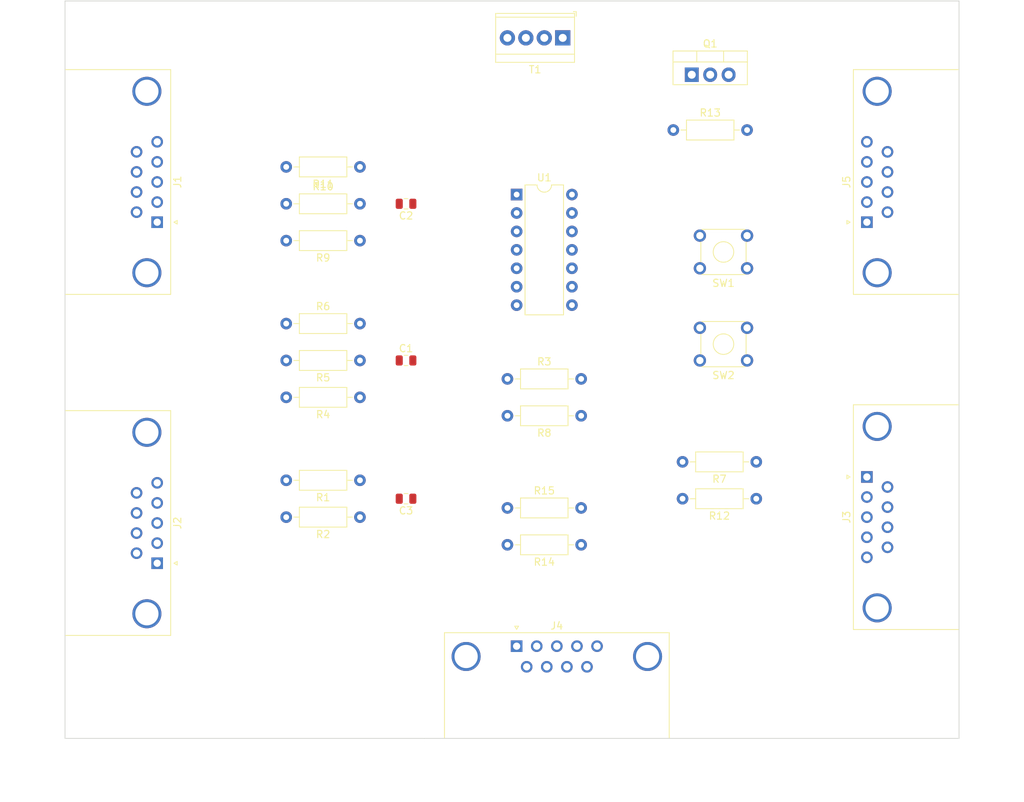
<source format=kicad_pcb>
(kicad_pcb (version 20171130) (host pcbnew "(5.1.5-0-10_14)")

  (general
    (thickness 1.6)
    (drawings 5)
    (tracks 0)
    (zones 0)
    (modules 28)
    (nets 40)
  )

  (page A4)
  (layers
    (0 F.Cu signal)
    (31 B.Cu signal)
    (32 B.Adhes user)
    (33 F.Adhes user)
    (34 B.Paste user)
    (35 F.Paste user)
    (36 B.SilkS user)
    (37 F.SilkS user)
    (38 B.Mask user)
    (39 F.Mask user)
    (40 Dwgs.User user)
    (41 Cmts.User user)
    (42 Eco1.User user)
    (43 Eco2.User user)
    (44 Edge.Cuts user)
    (45 Margin user)
    (46 B.CrtYd user)
    (47 F.CrtYd user)
    (48 B.Fab user)
    (49 F.Fab user)
  )

  (setup
    (last_trace_width 0.25)
    (trace_clearance 0.2)
    (zone_clearance 0.508)
    (zone_45_only no)
    (trace_min 0.2)
    (via_size 0.8)
    (via_drill 0.4)
    (via_min_size 0.4)
    (via_min_drill 0.3)
    (uvia_size 0.3)
    (uvia_drill 0.1)
    (uvias_allowed no)
    (uvia_min_size 0.2)
    (uvia_min_drill 0.1)
    (edge_width 0.1)
    (segment_width 0.2)
    (pcb_text_width 0.3)
    (pcb_text_size 1.5 1.5)
    (mod_edge_width 0.15)
    (mod_text_size 1 1)
    (mod_text_width 0.15)
    (pad_size 1.524 1.524)
    (pad_drill 0.762)
    (pad_to_mask_clearance 0)
    (aux_axis_origin 0 0)
    (visible_elements FFFFFF7F)
    (pcbplotparams
      (layerselection 0x010fc_ffffffff)
      (usegerberextensions false)
      (usegerberattributes false)
      (usegerberadvancedattributes false)
      (creategerberjobfile false)
      (excludeedgelayer true)
      (linewidth 0.100000)
      (plotframeref false)
      (viasonmask false)
      (mode 1)
      (useauxorigin false)
      (hpglpennumber 1)
      (hpglpenspeed 20)
      (hpglpendiameter 15.000000)
      (psnegative false)
      (psa4output false)
      (plotreference true)
      (plotvalue true)
      (plotinvisibletext false)
      (padsonsilk false)
      (subtractmaskfromsilk false)
      (outputformat 1)
      (mirror false)
      (drillshape 1)
      (scaleselection 1)
      (outputdirectory ""))
  )

  (net 0 "")
  (net 1 +5V)
  (net 2 Brake)
  (net 3 ReverseControl_Blue)
  (net 4 ReverseControl_Red)
  (net 5 AccelerationEnable)
  (net 6 Acceleration)
  (net 7 ReverseControl_Black)
  (net 8 SafetyLights2Enable)
  (net 9 SafetyLights1Enable)
  (net 10 VehicleSpeed)
  (net 11 "Net-(J2-Pad8)")
  (net 12 "Net-(J2-Pad7)")
  (net 13 ESTOP)
  (net 14 SteeringEncoderB)
  (net 15 SteeringEncoderA)
  (net 16 SteeringPower)
  (net 17 SteeringEnable)
  (net 18 SteeringDirection)
  (net 19 +12V)
  (net 20 "Net-(J3-Pad8)")
  (net 21 "Net-(J3-Pad7)")
  (net 22 "Net-(J3-Pad6)")
  (net 23 SE_A)
  (net 24 SE_B)
  (net 25 MotorSpeed_Red)
  (net 26 "Net-(J5-Pad9)")
  (net 27 VoltageDivider_C)
  (net 28 RelayD_NO)
  (net 29 RelayC_NO)
  (net 30 "Net-(J5-Pad5)")
  (net 31 SafetyLights2_Mode)
  (net 32 SafetyLights1_Mode)
  (net 33 SteeringDriverConnector1_Yellow)
  (net 34 "Net-(R5-Pad2)")
  (net 35 "Net-(C1-Pad1)")
  (net 36 "Net-(C2-Pad1)")
  (net 37 "Net-(R10-Pad1)")
  (net 38 "Net-(SW1-Pad1)")
  (net 39 "Net-(SW2-Pad1)")

  (net_class Default "This is the default net class."
    (clearance 0.2)
    (trace_width 0.25)
    (via_dia 0.8)
    (via_drill 0.4)
    (uvia_dia 0.3)
    (uvia_drill 0.1)
    (add_net +12V)
    (add_net +5V)
    (add_net Acceleration)
    (add_net AccelerationEnable)
    (add_net Brake)
    (add_net ESTOP)
    (add_net MotorSpeed_Red)
    (add_net "Net-(C1-Pad1)")
    (add_net "Net-(C2-Pad1)")
    (add_net "Net-(J2-Pad7)")
    (add_net "Net-(J2-Pad8)")
    (add_net "Net-(J3-Pad6)")
    (add_net "Net-(J3-Pad7)")
    (add_net "Net-(J3-Pad8)")
    (add_net "Net-(J5-Pad5)")
    (add_net "Net-(J5-Pad9)")
    (add_net "Net-(R10-Pad1)")
    (add_net "Net-(R5-Pad2)")
    (add_net "Net-(SW1-Pad1)")
    (add_net "Net-(SW2-Pad1)")
    (add_net RelayC_NO)
    (add_net RelayD_NO)
    (add_net ReverseControl_Black)
    (add_net ReverseControl_Blue)
    (add_net ReverseControl_Red)
    (add_net SE_A)
    (add_net SE_B)
    (add_net SafetyLights1Enable)
    (add_net SafetyLights1_Mode)
    (add_net SafetyLights2Enable)
    (add_net SafetyLights2_Mode)
    (add_net SteeringDirection)
    (add_net SteeringDriverConnector1_Yellow)
    (add_net SteeringEnable)
    (add_net SteeringEncoderA)
    (add_net SteeringEncoderB)
    (add_net SteeringPower)
    (add_net VehicleSpeed)
    (add_net VoltageDivider_C)
  )

  (module Capacitor_SMD:C_0805_2012Metric (layer F.Cu) (tedit 5B36C52B) (tstamp 5E657C30)
    (at 120.65 106.68 180)
    (descr "Capacitor SMD 0805 (2012 Metric), square (rectangular) end terminal, IPC_7351 nominal, (Body size source: https://docs.google.com/spreadsheets/d/1BsfQQcO9C6DZCsRaXUlFlo91Tg2WpOkGARC1WS5S8t0/edit?usp=sharing), generated with kicad-footprint-generator")
    (tags capacitor)
    (path /5EE8749A)
    (attr smd)
    (fp_text reference C3 (at 0 -1.65) (layer F.SilkS)
      (effects (font (size 1 1) (thickness 0.15)))
    )
    (fp_text value 100nF (at 0 1.65) (layer F.Fab)
      (effects (font (size 1 1) (thickness 0.15)))
    )
    (fp_text user %R (at 0 0) (layer F.Fab)
      (effects (font (size 0.5 0.5) (thickness 0.08)))
    )
    (fp_line (start 1.68 0.95) (end -1.68 0.95) (layer F.CrtYd) (width 0.05))
    (fp_line (start 1.68 -0.95) (end 1.68 0.95) (layer F.CrtYd) (width 0.05))
    (fp_line (start -1.68 -0.95) (end 1.68 -0.95) (layer F.CrtYd) (width 0.05))
    (fp_line (start -1.68 0.95) (end -1.68 -0.95) (layer F.CrtYd) (width 0.05))
    (fp_line (start -0.258578 0.71) (end 0.258578 0.71) (layer F.SilkS) (width 0.12))
    (fp_line (start -0.258578 -0.71) (end 0.258578 -0.71) (layer F.SilkS) (width 0.12))
    (fp_line (start 1 0.6) (end -1 0.6) (layer F.Fab) (width 0.1))
    (fp_line (start 1 -0.6) (end 1 0.6) (layer F.Fab) (width 0.1))
    (fp_line (start -1 -0.6) (end 1 -0.6) (layer F.Fab) (width 0.1))
    (fp_line (start -1 0.6) (end -1 -0.6) (layer F.Fab) (width 0.1))
    (pad 2 smd roundrect (at 0.9375 0 180) (size 0.975 1.4) (layers F.Cu F.Paste F.Mask) (roundrect_rratio 0.25)
      (net 7 ReverseControl_Black))
    (pad 1 smd roundrect (at -0.9375 0 180) (size 0.975 1.4) (layers F.Cu F.Paste F.Mask) (roundrect_rratio 0.25)
      (net 25 MotorSpeed_Red))
    (model ${KISYS3DMOD}/Capacitor_SMD.3dshapes/C_0805_2012Metric.wrl
      (at (xyz 0 0 0))
      (scale (xyz 1 1 1))
      (rotate (xyz 0 0 0))
    )
  )

  (module Capacitor_SMD:C_0805_2012Metric (layer F.Cu) (tedit 5B36C52B) (tstamp 5E657C1F)
    (at 120.65 66.04 180)
    (descr "Capacitor SMD 0805 (2012 Metric), square (rectangular) end terminal, IPC_7351 nominal, (Body size source: https://docs.google.com/spreadsheets/d/1BsfQQcO9C6DZCsRaXUlFlo91Tg2WpOkGARC1WS5S8t0/edit?usp=sharing), generated with kicad-footprint-generator")
    (tags capacitor)
    (path /5DFA0015)
    (attr smd)
    (fp_text reference C2 (at 0 -1.65) (layer F.SilkS)
      (effects (font (size 1 1) (thickness 0.15)))
    )
    (fp_text value 100nF (at 0 1.65) (layer F.Fab)
      (effects (font (size 1 1) (thickness 0.15)))
    )
    (fp_text user %R (at 0 0) (layer F.Fab)
      (effects (font (size 0.5 0.5) (thickness 0.08)))
    )
    (fp_line (start 1.68 0.95) (end -1.68 0.95) (layer F.CrtYd) (width 0.05))
    (fp_line (start 1.68 -0.95) (end 1.68 0.95) (layer F.CrtYd) (width 0.05))
    (fp_line (start -1.68 -0.95) (end 1.68 -0.95) (layer F.CrtYd) (width 0.05))
    (fp_line (start -1.68 0.95) (end -1.68 -0.95) (layer F.CrtYd) (width 0.05))
    (fp_line (start -0.258578 0.71) (end 0.258578 0.71) (layer F.SilkS) (width 0.12))
    (fp_line (start -0.258578 -0.71) (end 0.258578 -0.71) (layer F.SilkS) (width 0.12))
    (fp_line (start 1 0.6) (end -1 0.6) (layer F.Fab) (width 0.1))
    (fp_line (start 1 -0.6) (end 1 0.6) (layer F.Fab) (width 0.1))
    (fp_line (start -1 -0.6) (end 1 -0.6) (layer F.Fab) (width 0.1))
    (fp_line (start -1 0.6) (end -1 -0.6) (layer F.Fab) (width 0.1))
    (pad 2 smd roundrect (at 0.9375 0 180) (size 0.975 1.4) (layers F.Cu F.Paste F.Mask) (roundrect_rratio 0.25)
      (net 7 ReverseControl_Black))
    (pad 1 smd roundrect (at -0.9375 0 180) (size 0.975 1.4) (layers F.Cu F.Paste F.Mask) (roundrect_rratio 0.25)
      (net 36 "Net-(C2-Pad1)"))
    (model ${KISYS3DMOD}/Capacitor_SMD.3dshapes/C_0805_2012Metric.wrl
      (at (xyz 0 0 0))
      (scale (xyz 1 1 1))
      (rotate (xyz 0 0 0))
    )
  )

  (module Capacitor_SMD:C_0805_2012Metric (layer F.Cu) (tedit 5B36C52B) (tstamp 5E657C0E)
    (at 120.65 87.63)
    (descr "Capacitor SMD 0805 (2012 Metric), square (rectangular) end terminal, IPC_7351 nominal, (Body size source: https://docs.google.com/spreadsheets/d/1BsfQQcO9C6DZCsRaXUlFlo91Tg2WpOkGARC1WS5S8t0/edit?usp=sharing), generated with kicad-footprint-generator")
    (tags capacitor)
    (path /5DE7368A)
    (attr smd)
    (fp_text reference C1 (at 0 -1.65) (layer F.SilkS)
      (effects (font (size 1 1) (thickness 0.15)))
    )
    (fp_text value 100nF (at 0 1.65) (layer F.Fab)
      (effects (font (size 1 1) (thickness 0.15)))
    )
    (fp_text user %R (at 0 0) (layer F.Fab)
      (effects (font (size 0.5 0.5) (thickness 0.08)))
    )
    (fp_line (start 1.68 0.95) (end -1.68 0.95) (layer F.CrtYd) (width 0.05))
    (fp_line (start 1.68 -0.95) (end 1.68 0.95) (layer F.CrtYd) (width 0.05))
    (fp_line (start -1.68 -0.95) (end 1.68 -0.95) (layer F.CrtYd) (width 0.05))
    (fp_line (start -1.68 0.95) (end -1.68 -0.95) (layer F.CrtYd) (width 0.05))
    (fp_line (start -0.258578 0.71) (end 0.258578 0.71) (layer F.SilkS) (width 0.12))
    (fp_line (start -0.258578 -0.71) (end 0.258578 -0.71) (layer F.SilkS) (width 0.12))
    (fp_line (start 1 0.6) (end -1 0.6) (layer F.Fab) (width 0.1))
    (fp_line (start 1 -0.6) (end 1 0.6) (layer F.Fab) (width 0.1))
    (fp_line (start -1 -0.6) (end 1 -0.6) (layer F.Fab) (width 0.1))
    (fp_line (start -1 0.6) (end -1 -0.6) (layer F.Fab) (width 0.1))
    (pad 2 smd roundrect (at 0.9375 0) (size 0.975 1.4) (layers F.Cu F.Paste F.Mask) (roundrect_rratio 0.25)
      (net 7 ReverseControl_Black))
    (pad 1 smd roundrect (at -0.9375 0) (size 0.975 1.4) (layers F.Cu F.Paste F.Mask) (roundrect_rratio 0.25)
      (net 35 "Net-(C1-Pad1)"))
    (model ${KISYS3DMOD}/Capacitor_SMD.3dshapes/C_0805_2012Metric.wrl
      (at (xyz 0 0 0))
      (scale (xyz 1 1 1))
      (rotate (xyz 0 0 0))
    )
  )

  (module TerminalBlock_TE-Connectivity:TerminalBlock_TE_282834-4_1x04_P2.54mm_Horizontal (layer F.Cu) (tedit 5B1EC513) (tstamp 5E653C71)
    (at 142.24 43.18 180)
    (descr "Terminal Block TE 282834-4, 4 pins, pitch 2.54mm, size 10.620000000000001x6.5mm^2, drill diamater 1.1mm, pad diameter 2.1mm, see http://www.te.com/commerce/DocumentDelivery/DDEController?Action=showdoc&DocId=Customer+Drawing%7F282834%7FC1%7Fpdf%7FEnglish%7FENG_CD_282834_C1.pdf, script-generated using https://github.com/pointhi/kicad-footprint-generator/scripts/TerminalBlock_TE-Connectivity")
    (tags "THT Terminal Block TE 282834-4 pitch 2.54mm size 10.620000000000001x6.5mm^2 drill 1.1mm pad 2.1mm")
    (path /5E6A11FD)
    (fp_text reference T1 (at 3.81 -4.37) (layer F.SilkS)
      (effects (font (size 1 1) (thickness 0.15)))
    )
    (fp_text value Screw_Terminal_01x04 (at 3.81 4.37) (layer F.Fab)
      (effects (font (size 1 1) (thickness 0.15)))
    )
    (fp_text user %R (at 3.81 2) (layer F.Fab)
      (effects (font (size 1 1) (thickness 0.15)))
    )
    (fp_line (start 9.63 -3.75) (end -2 -3.75) (layer F.CrtYd) (width 0.05))
    (fp_line (start 9.63 3.75) (end 9.63 -3.75) (layer F.CrtYd) (width 0.05))
    (fp_line (start -2 3.75) (end 9.63 3.75) (layer F.CrtYd) (width 0.05))
    (fp_line (start -2 -3.75) (end -2 3.75) (layer F.CrtYd) (width 0.05))
    (fp_line (start -1.86 3.61) (end -1.46 3.61) (layer F.SilkS) (width 0.12))
    (fp_line (start -1.86 2.97) (end -1.86 3.61) (layer F.SilkS) (width 0.12))
    (fp_line (start 8.321 -0.835) (end 6.786 0.7) (layer F.Fab) (width 0.1))
    (fp_line (start 8.455 -0.7) (end 6.92 0.835) (layer F.Fab) (width 0.1))
    (fp_line (start 5.781 -0.835) (end 4.246 0.7) (layer F.Fab) (width 0.1))
    (fp_line (start 5.915 -0.7) (end 4.38 0.835) (layer F.Fab) (width 0.1))
    (fp_line (start 3.241 -0.835) (end 1.706 0.7) (layer F.Fab) (width 0.1))
    (fp_line (start 3.375 -0.7) (end 1.84 0.835) (layer F.Fab) (width 0.1))
    (fp_line (start 0.701 -0.835) (end -0.835 0.7) (layer F.Fab) (width 0.1))
    (fp_line (start 0.835 -0.7) (end -0.701 0.835) (layer F.Fab) (width 0.1))
    (fp_line (start 9.241 -3.37) (end 9.241 3.37) (layer F.SilkS) (width 0.12))
    (fp_line (start -1.62 -3.37) (end -1.62 3.37) (layer F.SilkS) (width 0.12))
    (fp_line (start -1.62 3.37) (end 9.241 3.37) (layer F.SilkS) (width 0.12))
    (fp_line (start -1.62 -3.37) (end 9.241 -3.37) (layer F.SilkS) (width 0.12))
    (fp_line (start -1.62 -2.25) (end 9.241 -2.25) (layer F.SilkS) (width 0.12))
    (fp_line (start -1.5 -2.25) (end 9.12 -2.25) (layer F.Fab) (width 0.1))
    (fp_line (start -1.62 2.85) (end 9.241 2.85) (layer F.SilkS) (width 0.12))
    (fp_line (start -1.5 2.85) (end 9.12 2.85) (layer F.Fab) (width 0.1))
    (fp_line (start -1.5 2.85) (end -1.5 -3.25) (layer F.Fab) (width 0.1))
    (fp_line (start -1.1 3.25) (end -1.5 2.85) (layer F.Fab) (width 0.1))
    (fp_line (start 9.12 3.25) (end -1.1 3.25) (layer F.Fab) (width 0.1))
    (fp_line (start 9.12 -3.25) (end 9.12 3.25) (layer F.Fab) (width 0.1))
    (fp_line (start -1.5 -3.25) (end 9.12 -3.25) (layer F.Fab) (width 0.1))
    (fp_circle (center 7.62 0) (end 8.72 0) (layer F.Fab) (width 0.1))
    (fp_circle (center 5.08 0) (end 6.18 0) (layer F.Fab) (width 0.1))
    (fp_circle (center 2.54 0) (end 3.64 0) (layer F.Fab) (width 0.1))
    (fp_circle (center 0 0) (end 1.1 0) (layer F.Fab) (width 0.1))
    (pad 4 thru_hole circle (at 7.62 0 180) (size 2.1 2.1) (drill 1.1) (layers *.Cu *.Mask)
      (net 1 +5V))
    (pad 3 thru_hole circle (at 5.08 0 180) (size 2.1 2.1) (drill 1.1) (layers *.Cu *.Mask)
      (net 7 ReverseControl_Black))
    (pad 2 thru_hole circle (at 2.54 0 180) (size 2.1 2.1) (drill 1.1) (layers *.Cu *.Mask)
      (net 19 +12V))
    (pad 1 thru_hole rect (at 0 0 180) (size 2.1 2.1) (drill 1.1) (layers *.Cu *.Mask)
      (net 7 ReverseControl_Black))
    (model ${KISYS3DMOD}/TerminalBlock_TE-Connectivity.3dshapes/TerminalBlock_TE_282834-4_1x04_P2.54mm_Horizontal.wrl
      (at (xyz 0 0 0))
      (scale (xyz 1 1 1))
      (rotate (xyz 0 0 0))
    )
  )

  (module Button_Switch_THT:SW_TH_Tactile_Omron_B3F-10xx (layer F.Cu) (tedit 5D84F0EF) (tstamp 5E653C49)
    (at 167.64 87.63 180)
    (descr SW_TH_Tactile_Omron_B3F-10xx_https://www.omron.com/ecb/products/pdf/en-b3f.pdf)
    (tags "Omron B3F-10xx")
    (path /5DF1B2A2)
    (fp_text reference SW2 (at 3.25 -2.05) (layer F.SilkS)
      (effects (font (size 1 1) (thickness 0.15)))
    )
    (fp_text value MomentarySwitch (at 3.2 6.5) (layer F.Fab)
      (effects (font (size 1 1) (thickness 0.15)))
    )
    (fp_line (start -1.1 -1.1) (end 7.6 -1.1) (layer F.CrtYd) (width 0.05))
    (fp_line (start 0.25 5.25) (end 6.25 5.25) (layer F.Fab) (width 0.1))
    (fp_line (start 6.37 0.91) (end 6.37 3.59) (layer F.SilkS) (width 0.12))
    (fp_line (start 0.13 3.59) (end 0.13 0.91) (layer F.SilkS) (width 0.12))
    (fp_line (start 0.28 -0.87) (end 6.22 -0.87) (layer F.SilkS) (width 0.12))
    (fp_line (start 0.28 5.37) (end 6.22 5.37) (layer F.SilkS) (width 0.12))
    (fp_circle (center 3.25 2.25) (end 4.25 3.25) (layer F.SilkS) (width 0.12))
    (fp_line (start -1.1 -1.1) (end -1.1 5.6) (layer F.CrtYd) (width 0.05))
    (fp_line (start -1.1 5.6) (end 7.6 5.6) (layer F.CrtYd) (width 0.05))
    (fp_line (start 7.6 5.6) (end 7.6 -1.1) (layer F.CrtYd) (width 0.05))
    (fp_text user %R (at 3.25 2.25) (layer F.Fab)
      (effects (font (size 1 1) (thickness 0.15)))
    )
    (fp_line (start 0.25 -0.75) (end 6.25 -0.75) (layer F.Fab) (width 0.1))
    (fp_line (start 6.25 -0.75) (end 6.25 5.25) (layer F.Fab) (width 0.1))
    (fp_line (start 0.25 -0.75) (end 0.25 5.25) (layer F.Fab) (width 0.1))
    (pad 1 thru_hole circle (at 0 0 180) (size 1.7 1.7) (drill 1) (layers *.Cu *.Mask)
      (net 39 "Net-(SW2-Pad1)"))
    (pad 2 thru_hole circle (at 6.5 0 180) (size 1.7 1.7) (drill 1) (layers *.Cu *.Mask)
      (net 7 ReverseControl_Black))
    (pad 3 thru_hole circle (at 0 4.5 180) (size 1.7 1.7) (drill 1) (layers *.Cu *.Mask)
      (net 31 SafetyLights2_Mode))
    (pad 4 thru_hole circle (at 6.5 4.5 180) (size 1.7 1.7) (drill 1) (layers *.Cu *.Mask))
    (model ${KISYS3DMOD}/Button_Switch_THT.3dshapes/SW_TH_Tactile_Omron_B3F-10xx.wrl
      (at (xyz 0 0 0))
      (scale (xyz 1 1 1))
      (rotate (xyz 0 0 0))
    )
  )

  (module Button_Switch_THT:SW_TH_Tactile_Omron_B3F-10xx (layer F.Cu) (tedit 5D84F0EF) (tstamp 5E653C33)
    (at 167.64 74.93 180)
    (descr SW_TH_Tactile_Omron_B3F-10xx_https://www.omron.com/ecb/products/pdf/en-b3f.pdf)
    (tags "Omron B3F-10xx")
    (path /5EA112F1)
    (fp_text reference SW1 (at 3.25 -2.05) (layer F.SilkS)
      (effects (font (size 1 1) (thickness 0.15)))
    )
    (fp_text value MomentarySwitch (at 3.2 6.5) (layer F.Fab)
      (effects (font (size 1 1) (thickness 0.15)))
    )
    (fp_line (start -1.1 -1.1) (end 7.6 -1.1) (layer F.CrtYd) (width 0.05))
    (fp_line (start 0.25 5.25) (end 6.25 5.25) (layer F.Fab) (width 0.1))
    (fp_line (start 6.37 0.91) (end 6.37 3.59) (layer F.SilkS) (width 0.12))
    (fp_line (start 0.13 3.59) (end 0.13 0.91) (layer F.SilkS) (width 0.12))
    (fp_line (start 0.28 -0.87) (end 6.22 -0.87) (layer F.SilkS) (width 0.12))
    (fp_line (start 0.28 5.37) (end 6.22 5.37) (layer F.SilkS) (width 0.12))
    (fp_circle (center 3.25 2.25) (end 4.25 3.25) (layer F.SilkS) (width 0.12))
    (fp_line (start -1.1 -1.1) (end -1.1 5.6) (layer F.CrtYd) (width 0.05))
    (fp_line (start -1.1 5.6) (end 7.6 5.6) (layer F.CrtYd) (width 0.05))
    (fp_line (start 7.6 5.6) (end 7.6 -1.1) (layer F.CrtYd) (width 0.05))
    (fp_text user %R (at 3.25 2.25) (layer F.Fab)
      (effects (font (size 1 1) (thickness 0.15)))
    )
    (fp_line (start 0.25 -0.75) (end 6.25 -0.75) (layer F.Fab) (width 0.1))
    (fp_line (start 6.25 -0.75) (end 6.25 5.25) (layer F.Fab) (width 0.1))
    (fp_line (start 0.25 -0.75) (end 0.25 5.25) (layer F.Fab) (width 0.1))
    (pad 1 thru_hole circle (at 0 0 180) (size 1.7 1.7) (drill 1) (layers *.Cu *.Mask)
      (net 38 "Net-(SW1-Pad1)"))
    (pad 2 thru_hole circle (at 6.5 0 180) (size 1.7 1.7) (drill 1) (layers *.Cu *.Mask)
      (net 7 ReverseControl_Black))
    (pad 3 thru_hole circle (at 0 4.5 180) (size 1.7 1.7) (drill 1) (layers *.Cu *.Mask)
      (net 32 SafetyLights1_Mode))
    (pad 4 thru_hole circle (at 6.5 4.5 180) (size 1.7 1.7) (drill 1) (layers *.Cu *.Mask))
    (model ${KISYS3DMOD}/Button_Switch_THT.3dshapes/SW_TH_Tactile_Omron_B3F-10xx.wrl
      (at (xyz 0 0 0))
      (scale (xyz 1 1 1))
      (rotate (xyz 0 0 0))
    )
  )

  (module Resistor_THT:R_Axial_DIN0207_L6.3mm_D2.5mm_P10.16mm_Horizontal (layer F.Cu) (tedit 5AE5139B) (tstamp 5E652A4F)
    (at 134.62 107.95)
    (descr "Resistor, Axial_DIN0207 series, Axial, Horizontal, pin pitch=10.16mm, 0.25W = 1/4W, length*diameter=6.3*2.5mm^2, http://cdn-reichelt.de/documents/datenblatt/B400/1_4W%23YAG.pdf")
    (tags "Resistor Axial_DIN0207 series Axial Horizontal pin pitch 10.16mm 0.25W = 1/4W length 6.3mm diameter 2.5mm")
    (path /5DE1C159)
    (fp_text reference R15 (at 5.08 -2.37) (layer F.SilkS)
      (effects (font (size 1 1) (thickness 0.15)))
    )
    (fp_text value 10K (at 5.08 2.37) (layer F.Fab)
      (effects (font (size 1 1) (thickness 0.15)))
    )
    (fp_text user %R (at 5.08 0) (layer F.Fab)
      (effects (font (size 1 1) (thickness 0.15)))
    )
    (fp_line (start 11.21 -1.5) (end -1.05 -1.5) (layer F.CrtYd) (width 0.05))
    (fp_line (start 11.21 1.5) (end 11.21 -1.5) (layer F.CrtYd) (width 0.05))
    (fp_line (start -1.05 1.5) (end 11.21 1.5) (layer F.CrtYd) (width 0.05))
    (fp_line (start -1.05 -1.5) (end -1.05 1.5) (layer F.CrtYd) (width 0.05))
    (fp_line (start 9.12 0) (end 8.35 0) (layer F.SilkS) (width 0.12))
    (fp_line (start 1.04 0) (end 1.81 0) (layer F.SilkS) (width 0.12))
    (fp_line (start 8.35 -1.37) (end 1.81 -1.37) (layer F.SilkS) (width 0.12))
    (fp_line (start 8.35 1.37) (end 8.35 -1.37) (layer F.SilkS) (width 0.12))
    (fp_line (start 1.81 1.37) (end 8.35 1.37) (layer F.SilkS) (width 0.12))
    (fp_line (start 1.81 -1.37) (end 1.81 1.37) (layer F.SilkS) (width 0.12))
    (fp_line (start 10.16 0) (end 8.23 0) (layer F.Fab) (width 0.1))
    (fp_line (start 0 0) (end 1.93 0) (layer F.Fab) (width 0.1))
    (fp_line (start 8.23 -1.25) (end 1.93 -1.25) (layer F.Fab) (width 0.1))
    (fp_line (start 8.23 1.25) (end 8.23 -1.25) (layer F.Fab) (width 0.1))
    (fp_line (start 1.93 1.25) (end 8.23 1.25) (layer F.Fab) (width 0.1))
    (fp_line (start 1.93 -1.25) (end 1.93 1.25) (layer F.Fab) (width 0.1))
    (pad 2 thru_hole oval (at 10.16 0) (size 1.6 1.6) (drill 0.8) (layers *.Cu *.Mask)
      (net 13 ESTOP))
    (pad 1 thru_hole circle (at 0 0) (size 1.6 1.6) (drill 0.8) (layers *.Cu *.Mask)
      (net 27 VoltageDivider_C))
    (model ${KISYS3DMOD}/Resistor_THT.3dshapes/R_Axial_DIN0207_L6.3mm_D2.5mm_P10.16mm_Horizontal.wrl
      (at (xyz 0 0 0))
      (scale (xyz 1 1 1))
      (rotate (xyz 0 0 0))
    )
  )

  (module Resistor_THT:R_Axial_DIN0207_L6.3mm_D2.5mm_P10.16mm_Horizontal (layer F.Cu) (tedit 5AE5139B) (tstamp 5E652A38)
    (at 144.78 113.03 180)
    (descr "Resistor, Axial_DIN0207 series, Axial, Horizontal, pin pitch=10.16mm, 0.25W = 1/4W, length*diameter=6.3*2.5mm^2, http://cdn-reichelt.de/documents/datenblatt/B400/1_4W%23YAG.pdf")
    (tags "Resistor Axial_DIN0207 series Axial Horizontal pin pitch 10.16mm 0.25W = 1/4W length 6.3mm diameter 2.5mm")
    (path /5DE1B463)
    (fp_text reference R14 (at 5.08 -2.37) (layer F.SilkS)
      (effects (font (size 1 1) (thickness 0.15)))
    )
    (fp_text value 39K (at 5.08 2.37) (layer F.Fab)
      (effects (font (size 1 1) (thickness 0.15)))
    )
    (fp_text user %R (at 5.08 0) (layer F.Fab)
      (effects (font (size 1 1) (thickness 0.15)))
    )
    (fp_line (start 11.21 -1.5) (end -1.05 -1.5) (layer F.CrtYd) (width 0.05))
    (fp_line (start 11.21 1.5) (end 11.21 -1.5) (layer F.CrtYd) (width 0.05))
    (fp_line (start -1.05 1.5) (end 11.21 1.5) (layer F.CrtYd) (width 0.05))
    (fp_line (start -1.05 -1.5) (end -1.05 1.5) (layer F.CrtYd) (width 0.05))
    (fp_line (start 9.12 0) (end 8.35 0) (layer F.SilkS) (width 0.12))
    (fp_line (start 1.04 0) (end 1.81 0) (layer F.SilkS) (width 0.12))
    (fp_line (start 8.35 -1.37) (end 1.81 -1.37) (layer F.SilkS) (width 0.12))
    (fp_line (start 8.35 1.37) (end 8.35 -1.37) (layer F.SilkS) (width 0.12))
    (fp_line (start 1.81 1.37) (end 8.35 1.37) (layer F.SilkS) (width 0.12))
    (fp_line (start 1.81 -1.37) (end 1.81 1.37) (layer F.SilkS) (width 0.12))
    (fp_line (start 10.16 0) (end 8.23 0) (layer F.Fab) (width 0.1))
    (fp_line (start 0 0) (end 1.93 0) (layer F.Fab) (width 0.1))
    (fp_line (start 8.23 -1.25) (end 1.93 -1.25) (layer F.Fab) (width 0.1))
    (fp_line (start 8.23 1.25) (end 8.23 -1.25) (layer F.Fab) (width 0.1))
    (fp_line (start 1.93 1.25) (end 8.23 1.25) (layer F.Fab) (width 0.1))
    (fp_line (start 1.93 -1.25) (end 1.93 1.25) (layer F.Fab) (width 0.1))
    (pad 2 thru_hole oval (at 10.16 0 180) (size 1.6 1.6) (drill 0.8) (layers *.Cu *.Mask)
      (net 7 ReverseControl_Black))
    (pad 1 thru_hole circle (at 0 0 180) (size 1.6 1.6) (drill 0.8) (layers *.Cu *.Mask)
      (net 13 ESTOP))
    (model ${KISYS3DMOD}/Resistor_THT.3dshapes/R_Axial_DIN0207_L6.3mm_D2.5mm_P10.16mm_Horizontal.wrl
      (at (xyz 0 0 0))
      (scale (xyz 1 1 1))
      (rotate (xyz 0 0 0))
    )
  )

  (module Resistor_THT:R_Axial_DIN0207_L6.3mm_D2.5mm_P10.16mm_Horizontal (layer F.Cu) (tedit 5AE5139B) (tstamp 5E652A21)
    (at 157.48 55.88)
    (descr "Resistor, Axial_DIN0207 series, Axial, Horizontal, pin pitch=10.16mm, 0.25W = 1/4W, length*diameter=6.3*2.5mm^2, http://cdn-reichelt.de/documents/datenblatt/B400/1_4W%23YAG.pdf")
    (tags "Resistor Axial_DIN0207 series Axial Horizontal pin pitch 10.16mm 0.25W = 1/4W length 6.3mm diameter 2.5mm")
    (path /5E0710B8)
    (fp_text reference R13 (at 5.08 -2.37) (layer F.SilkS)
      (effects (font (size 1 1) (thickness 0.15)))
    )
    (fp_text value 1k (at 5.08 2.37) (layer F.Fab)
      (effects (font (size 1 1) (thickness 0.15)))
    )
    (fp_text user %R (at 5.08 0) (layer F.Fab)
      (effects (font (size 1 1) (thickness 0.15)))
    )
    (fp_line (start 11.21 -1.5) (end -1.05 -1.5) (layer F.CrtYd) (width 0.05))
    (fp_line (start 11.21 1.5) (end 11.21 -1.5) (layer F.CrtYd) (width 0.05))
    (fp_line (start -1.05 1.5) (end 11.21 1.5) (layer F.CrtYd) (width 0.05))
    (fp_line (start -1.05 -1.5) (end -1.05 1.5) (layer F.CrtYd) (width 0.05))
    (fp_line (start 9.12 0) (end 8.35 0) (layer F.SilkS) (width 0.12))
    (fp_line (start 1.04 0) (end 1.81 0) (layer F.SilkS) (width 0.12))
    (fp_line (start 8.35 -1.37) (end 1.81 -1.37) (layer F.SilkS) (width 0.12))
    (fp_line (start 8.35 1.37) (end 8.35 -1.37) (layer F.SilkS) (width 0.12))
    (fp_line (start 1.81 1.37) (end 8.35 1.37) (layer F.SilkS) (width 0.12))
    (fp_line (start 1.81 -1.37) (end 1.81 1.37) (layer F.SilkS) (width 0.12))
    (fp_line (start 10.16 0) (end 8.23 0) (layer F.Fab) (width 0.1))
    (fp_line (start 0 0) (end 1.93 0) (layer F.Fab) (width 0.1))
    (fp_line (start 8.23 -1.25) (end 1.93 -1.25) (layer F.Fab) (width 0.1))
    (fp_line (start 8.23 1.25) (end 8.23 -1.25) (layer F.Fab) (width 0.1))
    (fp_line (start 1.93 1.25) (end 8.23 1.25) (layer F.Fab) (width 0.1))
    (fp_line (start 1.93 -1.25) (end 1.93 1.25) (layer F.Fab) (width 0.1))
    (pad 2 thru_hole oval (at 10.16 0) (size 1.6 1.6) (drill 0.8) (layers *.Cu *.Mask)
      (net 1 +5V))
    (pad 1 thru_hole circle (at 0 0) (size 1.6 1.6) (drill 0.8) (layers *.Cu *.Mask)
      (net 28 RelayD_NO))
    (model ${KISYS3DMOD}/Resistor_THT.3dshapes/R_Axial_DIN0207_L6.3mm_D2.5mm_P10.16mm_Horizontal.wrl
      (at (xyz 0 0 0))
      (scale (xyz 1 1 1))
      (rotate (xyz 0 0 0))
    )
  )

  (module Resistor_THT:R_Axial_DIN0207_L6.3mm_D2.5mm_P10.16mm_Horizontal (layer F.Cu) (tedit 5AE5139B) (tstamp 5E652A0A)
    (at 168.91 106.68 180)
    (descr "Resistor, Axial_DIN0207 series, Axial, Horizontal, pin pitch=10.16mm, 0.25W = 1/4W, length*diameter=6.3*2.5mm^2, http://cdn-reichelt.de/documents/datenblatt/B400/1_4W%23YAG.pdf")
    (tags "Resistor Axial_DIN0207 series Axial Horizontal pin pitch 10.16mm 0.25W = 1/4W length 6.3mm diameter 2.5mm")
    (path /5E94E008)
    (fp_text reference R12 (at 5.08 -2.37) (layer F.SilkS)
      (effects (font (size 1 1) (thickness 0.15)))
    )
    (fp_text value 10K (at 5.08 2.37) (layer F.Fab)
      (effects (font (size 1 1) (thickness 0.15)))
    )
    (fp_text user %R (at 5.08 0) (layer F.Fab)
      (effects (font (size 1 1) (thickness 0.15)))
    )
    (fp_line (start 11.21 -1.5) (end -1.05 -1.5) (layer F.CrtYd) (width 0.05))
    (fp_line (start 11.21 1.5) (end 11.21 -1.5) (layer F.CrtYd) (width 0.05))
    (fp_line (start -1.05 1.5) (end 11.21 1.5) (layer F.CrtYd) (width 0.05))
    (fp_line (start -1.05 -1.5) (end -1.05 1.5) (layer F.CrtYd) (width 0.05))
    (fp_line (start 9.12 0) (end 8.35 0) (layer F.SilkS) (width 0.12))
    (fp_line (start 1.04 0) (end 1.81 0) (layer F.SilkS) (width 0.12))
    (fp_line (start 8.35 -1.37) (end 1.81 -1.37) (layer F.SilkS) (width 0.12))
    (fp_line (start 8.35 1.37) (end 8.35 -1.37) (layer F.SilkS) (width 0.12))
    (fp_line (start 1.81 1.37) (end 8.35 1.37) (layer F.SilkS) (width 0.12))
    (fp_line (start 1.81 -1.37) (end 1.81 1.37) (layer F.SilkS) (width 0.12))
    (fp_line (start 10.16 0) (end 8.23 0) (layer F.Fab) (width 0.1))
    (fp_line (start 0 0) (end 1.93 0) (layer F.Fab) (width 0.1))
    (fp_line (start 8.23 -1.25) (end 1.93 -1.25) (layer F.Fab) (width 0.1))
    (fp_line (start 8.23 1.25) (end 8.23 -1.25) (layer F.Fab) (width 0.1))
    (fp_line (start 1.93 1.25) (end 8.23 1.25) (layer F.Fab) (width 0.1))
    (fp_line (start 1.93 -1.25) (end 1.93 1.25) (layer F.Fab) (width 0.1))
    (pad 2 thru_hole oval (at 10.16 0 180) (size 1.6 1.6) (drill 0.8) (layers *.Cu *.Mask)
      (net 14 SteeringEncoderB))
    (pad 1 thru_hole circle (at 0 0 180) (size 1.6 1.6) (drill 0.8) (layers *.Cu *.Mask)
      (net 24 SE_B))
    (model ${KISYS3DMOD}/Resistor_THT.3dshapes/R_Axial_DIN0207_L6.3mm_D2.5mm_P10.16mm_Horizontal.wrl
      (at (xyz 0 0 0))
      (scale (xyz 1 1 1))
      (rotate (xyz 0 0 0))
    )
  )

  (module Resistor_THT:R_Axial_DIN0207_L6.3mm_D2.5mm_P10.16mm_Horizontal (layer F.Cu) (tedit 5AE5139B) (tstamp 5E6529F3)
    (at 114.3 60.96 180)
    (descr "Resistor, Axial_DIN0207 series, Axial, Horizontal, pin pitch=10.16mm, 0.25W = 1/4W, length*diameter=6.3*2.5mm^2, http://cdn-reichelt.de/documents/datenblatt/B400/1_4W%23YAG.pdf")
    (tags "Resistor Axial_DIN0207 series Axial Horizontal pin pitch 10.16mm 0.25W = 1/4W length 6.3mm diameter 2.5mm")
    (path /5DFA0032)
    (fp_text reference R11 (at 5.08 -2.37) (layer F.SilkS)
      (effects (font (size 1 1) (thickness 0.15)))
    )
    (fp_text value 10K (at 5.08 2.37) (layer F.Fab)
      (effects (font (size 1 1) (thickness 0.15)))
    )
    (fp_text user %R (at 5.08 0) (layer F.Fab)
      (effects (font (size 1 1) (thickness 0.15)))
    )
    (fp_line (start 11.21 -1.5) (end -1.05 -1.5) (layer F.CrtYd) (width 0.05))
    (fp_line (start 11.21 1.5) (end 11.21 -1.5) (layer F.CrtYd) (width 0.05))
    (fp_line (start -1.05 1.5) (end 11.21 1.5) (layer F.CrtYd) (width 0.05))
    (fp_line (start -1.05 -1.5) (end -1.05 1.5) (layer F.CrtYd) (width 0.05))
    (fp_line (start 9.12 0) (end 8.35 0) (layer F.SilkS) (width 0.12))
    (fp_line (start 1.04 0) (end 1.81 0) (layer F.SilkS) (width 0.12))
    (fp_line (start 8.35 -1.37) (end 1.81 -1.37) (layer F.SilkS) (width 0.12))
    (fp_line (start 8.35 1.37) (end 8.35 -1.37) (layer F.SilkS) (width 0.12))
    (fp_line (start 1.81 1.37) (end 8.35 1.37) (layer F.SilkS) (width 0.12))
    (fp_line (start 1.81 -1.37) (end 1.81 1.37) (layer F.SilkS) (width 0.12))
    (fp_line (start 10.16 0) (end 8.23 0) (layer F.Fab) (width 0.1))
    (fp_line (start 0 0) (end 1.93 0) (layer F.Fab) (width 0.1))
    (fp_line (start 8.23 -1.25) (end 1.93 -1.25) (layer F.Fab) (width 0.1))
    (fp_line (start 8.23 1.25) (end 8.23 -1.25) (layer F.Fab) (width 0.1))
    (fp_line (start 1.93 1.25) (end 8.23 1.25) (layer F.Fab) (width 0.1))
    (fp_line (start 1.93 -1.25) (end 1.93 1.25) (layer F.Fab) (width 0.1))
    (pad 2 thru_hole oval (at 10.16 0 180) (size 1.6 1.6) (drill 0.8) (layers *.Cu *.Mask)
      (net 37 "Net-(R10-Pad1)"))
    (pad 1 thru_hole circle (at 0 0 180) (size 1.6 1.6) (drill 0.8) (layers *.Cu *.Mask)
      (net 29 RelayC_NO))
    (model ${KISYS3DMOD}/Resistor_THT.3dshapes/R_Axial_DIN0207_L6.3mm_D2.5mm_P10.16mm_Horizontal.wrl
      (at (xyz 0 0 0))
      (scale (xyz 1 1 1))
      (rotate (xyz 0 0 0))
    )
  )

  (module Resistor_THT:R_Axial_DIN0207_L6.3mm_D2.5mm_P10.16mm_Horizontal (layer F.Cu) (tedit 5AE5139B) (tstamp 5E6529DC)
    (at 104.14 66.04)
    (descr "Resistor, Axial_DIN0207 series, Axial, Horizontal, pin pitch=10.16mm, 0.25W = 1/4W, length*diameter=6.3*2.5mm^2, http://cdn-reichelt.de/documents/datenblatt/B400/1_4W%23YAG.pdf")
    (tags "Resistor Axial_DIN0207 series Axial Horizontal pin pitch 10.16mm 0.25W = 1/4W length 6.3mm diameter 2.5mm")
    (path /5DFA0029)
    (fp_text reference R10 (at 5.08 -2.37) (layer F.SilkS)
      (effects (font (size 1 1) (thickness 0.15)))
    )
    (fp_text value 8.2K (at 5.08 2.37) (layer F.Fab)
      (effects (font (size 1 1) (thickness 0.15)))
    )
    (fp_text user %R (at 5.08 0) (layer F.Fab)
      (effects (font (size 1 1) (thickness 0.15)))
    )
    (fp_line (start 11.21 -1.5) (end -1.05 -1.5) (layer F.CrtYd) (width 0.05))
    (fp_line (start 11.21 1.5) (end 11.21 -1.5) (layer F.CrtYd) (width 0.05))
    (fp_line (start -1.05 1.5) (end 11.21 1.5) (layer F.CrtYd) (width 0.05))
    (fp_line (start -1.05 -1.5) (end -1.05 1.5) (layer F.CrtYd) (width 0.05))
    (fp_line (start 9.12 0) (end 8.35 0) (layer F.SilkS) (width 0.12))
    (fp_line (start 1.04 0) (end 1.81 0) (layer F.SilkS) (width 0.12))
    (fp_line (start 8.35 -1.37) (end 1.81 -1.37) (layer F.SilkS) (width 0.12))
    (fp_line (start 8.35 1.37) (end 8.35 -1.37) (layer F.SilkS) (width 0.12))
    (fp_line (start 1.81 1.37) (end 8.35 1.37) (layer F.SilkS) (width 0.12))
    (fp_line (start 1.81 -1.37) (end 1.81 1.37) (layer F.SilkS) (width 0.12))
    (fp_line (start 10.16 0) (end 8.23 0) (layer F.Fab) (width 0.1))
    (fp_line (start 0 0) (end 1.93 0) (layer F.Fab) (width 0.1))
    (fp_line (start 8.23 -1.25) (end 1.93 -1.25) (layer F.Fab) (width 0.1))
    (fp_line (start 8.23 1.25) (end 8.23 -1.25) (layer F.Fab) (width 0.1))
    (fp_line (start 1.93 1.25) (end 8.23 1.25) (layer F.Fab) (width 0.1))
    (fp_line (start 1.93 -1.25) (end 1.93 1.25) (layer F.Fab) (width 0.1))
    (pad 2 thru_hole oval (at 10.16 0) (size 1.6 1.6) (drill 0.8) (layers *.Cu *.Mask)
      (net 7 ReverseControl_Black))
    (pad 1 thru_hole circle (at 0 0) (size 1.6 1.6) (drill 0.8) (layers *.Cu *.Mask)
      (net 37 "Net-(R10-Pad1)"))
    (model ${KISYS3DMOD}/Resistor_THT.3dshapes/R_Axial_DIN0207_L6.3mm_D2.5mm_P10.16mm_Horizontal.wrl
      (at (xyz 0 0 0))
      (scale (xyz 1 1 1))
      (rotate (xyz 0 0 0))
    )
  )

  (module Resistor_THT:R_Axial_DIN0207_L6.3mm_D2.5mm_P10.16mm_Horizontal (layer F.Cu) (tedit 5AE5139B) (tstamp 5E6529C5)
    (at 114.3 71.12 180)
    (descr "Resistor, Axial_DIN0207 series, Axial, Horizontal, pin pitch=10.16mm, 0.25W = 1/4W, length*diameter=6.3*2.5mm^2, http://cdn-reichelt.de/documents/datenblatt/B400/1_4W%23YAG.pdf")
    (tags "Resistor Axial_DIN0207 series Axial Horizontal pin pitch 10.16mm 0.25W = 1/4W length 6.3mm diameter 2.5mm")
    (path /5DFA000E)
    (fp_text reference R9 (at 5.08 -2.37) (layer F.SilkS)
      (effects (font (size 1 1) (thickness 0.15)))
    )
    (fp_text value 10K (at 5.08 2.37) (layer F.Fab)
      (effects (font (size 1 1) (thickness 0.15)))
    )
    (fp_text user %R (at 5.08 0) (layer F.Fab)
      (effects (font (size 1 1) (thickness 0.15)))
    )
    (fp_line (start 11.21 -1.5) (end -1.05 -1.5) (layer F.CrtYd) (width 0.05))
    (fp_line (start 11.21 1.5) (end 11.21 -1.5) (layer F.CrtYd) (width 0.05))
    (fp_line (start -1.05 1.5) (end 11.21 1.5) (layer F.CrtYd) (width 0.05))
    (fp_line (start -1.05 -1.5) (end -1.05 1.5) (layer F.CrtYd) (width 0.05))
    (fp_line (start 9.12 0) (end 8.35 0) (layer F.SilkS) (width 0.12))
    (fp_line (start 1.04 0) (end 1.81 0) (layer F.SilkS) (width 0.12))
    (fp_line (start 8.35 -1.37) (end 1.81 -1.37) (layer F.SilkS) (width 0.12))
    (fp_line (start 8.35 1.37) (end 8.35 -1.37) (layer F.SilkS) (width 0.12))
    (fp_line (start 1.81 1.37) (end 8.35 1.37) (layer F.SilkS) (width 0.12))
    (fp_line (start 1.81 -1.37) (end 1.81 1.37) (layer F.SilkS) (width 0.12))
    (fp_line (start 10.16 0) (end 8.23 0) (layer F.Fab) (width 0.1))
    (fp_line (start 0 0) (end 1.93 0) (layer F.Fab) (width 0.1))
    (fp_line (start 8.23 -1.25) (end 1.93 -1.25) (layer F.Fab) (width 0.1))
    (fp_line (start 8.23 1.25) (end 8.23 -1.25) (layer F.Fab) (width 0.1))
    (fp_line (start 1.93 1.25) (end 8.23 1.25) (layer F.Fab) (width 0.1))
    (fp_line (start 1.93 -1.25) (end 1.93 1.25) (layer F.Fab) (width 0.1))
    (pad 2 thru_hole oval (at 10.16 0 180) (size 1.6 1.6) (drill 0.8) (layers *.Cu *.Mask)
      (net 6 Acceleration))
    (pad 1 thru_hole circle (at 0 0 180) (size 1.6 1.6) (drill 0.8) (layers *.Cu *.Mask)
      (net 36 "Net-(C2-Pad1)"))
    (model ${KISYS3DMOD}/Resistor_THT.3dshapes/R_Axial_DIN0207_L6.3mm_D2.5mm_P10.16mm_Horizontal.wrl
      (at (xyz 0 0 0))
      (scale (xyz 1 1 1))
      (rotate (xyz 0 0 0))
    )
  )

  (module Resistor_THT:R_Axial_DIN0207_L6.3mm_D2.5mm_P10.16mm_Horizontal (layer F.Cu) (tedit 5AE5139B) (tstamp 5E6529AE)
    (at 144.78 95.25 180)
    (descr "Resistor, Axial_DIN0207 series, Axial, Horizontal, pin pitch=10.16mm, 0.25W = 1/4W, length*diameter=6.3*2.5mm^2, http://cdn-reichelt.de/documents/datenblatt/B400/1_4W%23YAG.pdf")
    (tags "Resistor Axial_DIN0207 series Axial Horizontal pin pitch 10.16mm 0.25W = 1/4W length 6.3mm diameter 2.5mm")
    (path /5E9BDB4A)
    (fp_text reference R8 (at 5.08 -2.37) (layer F.SilkS)
      (effects (font (size 1 1) (thickness 0.15)))
    )
    (fp_text value 10K (at 5.08 2.37) (layer F.Fab)
      (effects (font (size 1 1) (thickness 0.15)))
    )
    (fp_text user %R (at 5.08 0) (layer F.Fab)
      (effects (font (size 1 1) (thickness 0.15)))
    )
    (fp_line (start 11.21 -1.5) (end -1.05 -1.5) (layer F.CrtYd) (width 0.05))
    (fp_line (start 11.21 1.5) (end 11.21 -1.5) (layer F.CrtYd) (width 0.05))
    (fp_line (start -1.05 1.5) (end 11.21 1.5) (layer F.CrtYd) (width 0.05))
    (fp_line (start -1.05 -1.5) (end -1.05 1.5) (layer F.CrtYd) (width 0.05))
    (fp_line (start 9.12 0) (end 8.35 0) (layer F.SilkS) (width 0.12))
    (fp_line (start 1.04 0) (end 1.81 0) (layer F.SilkS) (width 0.12))
    (fp_line (start 8.35 -1.37) (end 1.81 -1.37) (layer F.SilkS) (width 0.12))
    (fp_line (start 8.35 1.37) (end 8.35 -1.37) (layer F.SilkS) (width 0.12))
    (fp_line (start 1.81 1.37) (end 8.35 1.37) (layer F.SilkS) (width 0.12))
    (fp_line (start 1.81 -1.37) (end 1.81 1.37) (layer F.SilkS) (width 0.12))
    (fp_line (start 10.16 0) (end 8.23 0) (layer F.Fab) (width 0.1))
    (fp_line (start 0 0) (end 1.93 0) (layer F.Fab) (width 0.1))
    (fp_line (start 8.23 -1.25) (end 1.93 -1.25) (layer F.Fab) (width 0.1))
    (fp_line (start 8.23 1.25) (end 8.23 -1.25) (layer F.Fab) (width 0.1))
    (fp_line (start 1.93 1.25) (end 8.23 1.25) (layer F.Fab) (width 0.1))
    (fp_line (start 1.93 -1.25) (end 1.93 1.25) (layer F.Fab) (width 0.1))
    (pad 2 thru_hole oval (at 10.16 0 180) (size 1.6 1.6) (drill 0.8) (layers *.Cu *.Mask)
      (net 15 SteeringEncoderA))
    (pad 1 thru_hole circle (at 0 0 180) (size 1.6 1.6) (drill 0.8) (layers *.Cu *.Mask)
      (net 23 SE_A))
    (model ${KISYS3DMOD}/Resistor_THT.3dshapes/R_Axial_DIN0207_L6.3mm_D2.5mm_P10.16mm_Horizontal.wrl
      (at (xyz 0 0 0))
      (scale (xyz 1 1 1))
      (rotate (xyz 0 0 0))
    )
  )

  (module Resistor_THT:R_Axial_DIN0207_L6.3mm_D2.5mm_P10.16mm_Horizontal (layer F.Cu) (tedit 5AE5139B) (tstamp 5E652997)
    (at 168.91 101.6 180)
    (descr "Resistor, Axial_DIN0207 series, Axial, Horizontal, pin pitch=10.16mm, 0.25W = 1/4W, length*diameter=6.3*2.5mm^2, http://cdn-reichelt.de/documents/datenblatt/B400/1_4W%23YAG.pdf")
    (tags "Resistor Axial_DIN0207 series Axial Horizontal pin pitch 10.16mm 0.25W = 1/4W length 6.3mm diameter 2.5mm")
    (path /5E94DFFE)
    (fp_text reference R7 (at 5.08 -2.37) (layer F.SilkS)
      (effects (font (size 1 1) (thickness 0.15)))
    )
    (fp_text value 20K (at 5.08 2.37) (layer F.Fab)
      (effects (font (size 1 1) (thickness 0.15)))
    )
    (fp_text user %R (at 5.08 0) (layer F.Fab)
      (effects (font (size 1 1) (thickness 0.15)))
    )
    (fp_line (start 11.21 -1.5) (end -1.05 -1.5) (layer F.CrtYd) (width 0.05))
    (fp_line (start 11.21 1.5) (end 11.21 -1.5) (layer F.CrtYd) (width 0.05))
    (fp_line (start -1.05 1.5) (end 11.21 1.5) (layer F.CrtYd) (width 0.05))
    (fp_line (start -1.05 -1.5) (end -1.05 1.5) (layer F.CrtYd) (width 0.05))
    (fp_line (start 9.12 0) (end 8.35 0) (layer F.SilkS) (width 0.12))
    (fp_line (start 1.04 0) (end 1.81 0) (layer F.SilkS) (width 0.12))
    (fp_line (start 8.35 -1.37) (end 1.81 -1.37) (layer F.SilkS) (width 0.12))
    (fp_line (start 8.35 1.37) (end 8.35 -1.37) (layer F.SilkS) (width 0.12))
    (fp_line (start 1.81 1.37) (end 8.35 1.37) (layer F.SilkS) (width 0.12))
    (fp_line (start 1.81 -1.37) (end 1.81 1.37) (layer F.SilkS) (width 0.12))
    (fp_line (start 10.16 0) (end 8.23 0) (layer F.Fab) (width 0.1))
    (fp_line (start 0 0) (end 1.93 0) (layer F.Fab) (width 0.1))
    (fp_line (start 8.23 -1.25) (end 1.93 -1.25) (layer F.Fab) (width 0.1))
    (fp_line (start 8.23 1.25) (end 8.23 -1.25) (layer F.Fab) (width 0.1))
    (fp_line (start 1.93 1.25) (end 8.23 1.25) (layer F.Fab) (width 0.1))
    (fp_line (start 1.93 -1.25) (end 1.93 1.25) (layer F.Fab) (width 0.1))
    (pad 2 thru_hole oval (at 10.16 0 180) (size 1.6 1.6) (drill 0.8) (layers *.Cu *.Mask)
      (net 7 ReverseControl_Black))
    (pad 1 thru_hole circle (at 0 0 180) (size 1.6 1.6) (drill 0.8) (layers *.Cu *.Mask)
      (net 14 SteeringEncoderB))
    (model ${KISYS3DMOD}/Resistor_THT.3dshapes/R_Axial_DIN0207_L6.3mm_D2.5mm_P10.16mm_Horizontal.wrl
      (at (xyz 0 0 0))
      (scale (xyz 1 1 1))
      (rotate (xyz 0 0 0))
    )
  )

  (module Resistor_THT:R_Axial_DIN0207_L6.3mm_D2.5mm_P10.16mm_Horizontal (layer F.Cu) (tedit 5AE5139B) (tstamp 5E652980)
    (at 104.14 82.55)
    (descr "Resistor, Axial_DIN0207 series, Axial, Horizontal, pin pitch=10.16mm, 0.25W = 1/4W, length*diameter=6.3*2.5mm^2, http://cdn-reichelt.de/documents/datenblatt/B400/1_4W%23YAG.pdf")
    (tags "Resistor Axial_DIN0207 series Axial Horizontal pin pitch 10.16mm 0.25W = 1/4W length 6.3mm diameter 2.5mm")
    (path /5DE7D20A)
    (fp_text reference R6 (at 5.08 -2.37) (layer F.SilkS)
      (effects (font (size 1 1) (thickness 0.15)))
    )
    (fp_text value 5.6K (at 5.08 2.37) (layer F.Fab)
      (effects (font (size 1 1) (thickness 0.15)))
    )
    (fp_text user %R (at 5.08 0) (layer F.Fab)
      (effects (font (size 1 1) (thickness 0.15)))
    )
    (fp_line (start 11.21 -1.5) (end -1.05 -1.5) (layer F.CrtYd) (width 0.05))
    (fp_line (start 11.21 1.5) (end 11.21 -1.5) (layer F.CrtYd) (width 0.05))
    (fp_line (start -1.05 1.5) (end 11.21 1.5) (layer F.CrtYd) (width 0.05))
    (fp_line (start -1.05 -1.5) (end -1.05 1.5) (layer F.CrtYd) (width 0.05))
    (fp_line (start 9.12 0) (end 8.35 0) (layer F.SilkS) (width 0.12))
    (fp_line (start 1.04 0) (end 1.81 0) (layer F.SilkS) (width 0.12))
    (fp_line (start 8.35 -1.37) (end 1.81 -1.37) (layer F.SilkS) (width 0.12))
    (fp_line (start 8.35 1.37) (end 8.35 -1.37) (layer F.SilkS) (width 0.12))
    (fp_line (start 1.81 1.37) (end 8.35 1.37) (layer F.SilkS) (width 0.12))
    (fp_line (start 1.81 -1.37) (end 1.81 1.37) (layer F.SilkS) (width 0.12))
    (fp_line (start 10.16 0) (end 8.23 0) (layer F.Fab) (width 0.1))
    (fp_line (start 0 0) (end 1.93 0) (layer F.Fab) (width 0.1))
    (fp_line (start 8.23 -1.25) (end 1.93 -1.25) (layer F.Fab) (width 0.1))
    (fp_line (start 8.23 1.25) (end 8.23 -1.25) (layer F.Fab) (width 0.1))
    (fp_line (start 1.93 1.25) (end 8.23 1.25) (layer F.Fab) (width 0.1))
    (fp_line (start 1.93 -1.25) (end 1.93 1.25) (layer F.Fab) (width 0.1))
    (pad 2 thru_hole oval (at 10.16 0) (size 1.6 1.6) (drill 0.8) (layers *.Cu *.Mask)
      (net 7 ReverseControl_Black))
    (pad 1 thru_hole circle (at 0 0) (size 1.6 1.6) (drill 0.8) (layers *.Cu *.Mask)
      (net 34 "Net-(R5-Pad2)"))
    (model ${KISYS3DMOD}/Resistor_THT.3dshapes/R_Axial_DIN0207_L6.3mm_D2.5mm_P10.16mm_Horizontal.wrl
      (at (xyz 0 0 0))
      (scale (xyz 1 1 1))
      (rotate (xyz 0 0 0))
    )
  )

  (module Resistor_THT:R_Axial_DIN0207_L6.3mm_D2.5mm_P10.16mm_Horizontal (layer F.Cu) (tedit 5AE5139B) (tstamp 5E652969)
    (at 114.3 87.63 180)
    (descr "Resistor, Axial_DIN0207 series, Axial, Horizontal, pin pitch=10.16mm, 0.25W = 1/4W, length*diameter=6.3*2.5mm^2, http://cdn-reichelt.de/documents/datenblatt/B400/1_4W%23YAG.pdf")
    (tags "Resistor Axial_DIN0207 series Axial Horizontal pin pitch 10.16mm 0.25W = 1/4W length 6.3mm diameter 2.5mm")
    (path /5DE87C49)
    (fp_text reference R5 (at 5.08 -2.37) (layer F.SilkS)
      (effects (font (size 1 1) (thickness 0.15)))
    )
    (fp_text value 10K (at 5.08 2.37) (layer F.Fab)
      (effects (font (size 1 1) (thickness 0.15)))
    )
    (fp_text user %R (at 5.08 0) (layer F.Fab)
      (effects (font (size 1 1) (thickness 0.15)))
    )
    (fp_line (start 11.21 -1.5) (end -1.05 -1.5) (layer F.CrtYd) (width 0.05))
    (fp_line (start 11.21 1.5) (end 11.21 -1.5) (layer F.CrtYd) (width 0.05))
    (fp_line (start -1.05 1.5) (end 11.21 1.5) (layer F.CrtYd) (width 0.05))
    (fp_line (start -1.05 -1.5) (end -1.05 1.5) (layer F.CrtYd) (width 0.05))
    (fp_line (start 9.12 0) (end 8.35 0) (layer F.SilkS) (width 0.12))
    (fp_line (start 1.04 0) (end 1.81 0) (layer F.SilkS) (width 0.12))
    (fp_line (start 8.35 -1.37) (end 1.81 -1.37) (layer F.SilkS) (width 0.12))
    (fp_line (start 8.35 1.37) (end 8.35 -1.37) (layer F.SilkS) (width 0.12))
    (fp_line (start 1.81 1.37) (end 8.35 1.37) (layer F.SilkS) (width 0.12))
    (fp_line (start 1.81 -1.37) (end 1.81 1.37) (layer F.SilkS) (width 0.12))
    (fp_line (start 10.16 0) (end 8.23 0) (layer F.Fab) (width 0.1))
    (fp_line (start 0 0) (end 1.93 0) (layer F.Fab) (width 0.1))
    (fp_line (start 8.23 -1.25) (end 1.93 -1.25) (layer F.Fab) (width 0.1))
    (fp_line (start 8.23 1.25) (end 8.23 -1.25) (layer F.Fab) (width 0.1))
    (fp_line (start 1.93 1.25) (end 8.23 1.25) (layer F.Fab) (width 0.1))
    (fp_line (start 1.93 -1.25) (end 1.93 1.25) (layer F.Fab) (width 0.1))
    (pad 2 thru_hole oval (at 10.16 0 180) (size 1.6 1.6) (drill 0.8) (layers *.Cu *.Mask)
      (net 34 "Net-(R5-Pad2)"))
    (pad 1 thru_hole circle (at 0 0 180) (size 1.6 1.6) (drill 0.8) (layers *.Cu *.Mask)
      (net 33 SteeringDriverConnector1_Yellow))
    (model ${KISYS3DMOD}/Resistor_THT.3dshapes/R_Axial_DIN0207_L6.3mm_D2.5mm_P10.16mm_Horizontal.wrl
      (at (xyz 0 0 0))
      (scale (xyz 1 1 1))
      (rotate (xyz 0 0 0))
    )
  )

  (module Resistor_THT:R_Axial_DIN0207_L6.3mm_D2.5mm_P10.16mm_Horizontal (layer F.Cu) (tedit 5AE5139B) (tstamp 5E652952)
    (at 114.3 92.71 180)
    (descr "Resistor, Axial_DIN0207 series, Axial, Horizontal, pin pitch=10.16mm, 0.25W = 1/4W, length*diameter=6.3*2.5mm^2, http://cdn-reichelt.de/documents/datenblatt/B400/1_4W%23YAG.pdf")
    (tags "Resistor Axial_DIN0207 series Axial Horizontal pin pitch 10.16mm 0.25W = 1/4W length 6.3mm diameter 2.5mm")
    (path /5DE7229F)
    (fp_text reference R4 (at 5.08 -2.37) (layer F.SilkS)
      (effects (font (size 1 1) (thickness 0.15)))
    )
    (fp_text value 10K (at 5.08 2.37) (layer F.Fab)
      (effects (font (size 1 1) (thickness 0.15)))
    )
    (fp_text user %R (at 5.08 0) (layer F.Fab)
      (effects (font (size 1 1) (thickness 0.15)))
    )
    (fp_line (start 11.21 -1.5) (end -1.05 -1.5) (layer F.CrtYd) (width 0.05))
    (fp_line (start 11.21 1.5) (end 11.21 -1.5) (layer F.CrtYd) (width 0.05))
    (fp_line (start -1.05 1.5) (end 11.21 1.5) (layer F.CrtYd) (width 0.05))
    (fp_line (start -1.05 -1.5) (end -1.05 1.5) (layer F.CrtYd) (width 0.05))
    (fp_line (start 9.12 0) (end 8.35 0) (layer F.SilkS) (width 0.12))
    (fp_line (start 1.04 0) (end 1.81 0) (layer F.SilkS) (width 0.12))
    (fp_line (start 8.35 -1.37) (end 1.81 -1.37) (layer F.SilkS) (width 0.12))
    (fp_line (start 8.35 1.37) (end 8.35 -1.37) (layer F.SilkS) (width 0.12))
    (fp_line (start 1.81 1.37) (end 8.35 1.37) (layer F.SilkS) (width 0.12))
    (fp_line (start 1.81 -1.37) (end 1.81 1.37) (layer F.SilkS) (width 0.12))
    (fp_line (start 10.16 0) (end 8.23 0) (layer F.Fab) (width 0.1))
    (fp_line (start 0 0) (end 1.93 0) (layer F.Fab) (width 0.1))
    (fp_line (start 8.23 -1.25) (end 1.93 -1.25) (layer F.Fab) (width 0.1))
    (fp_line (start 8.23 1.25) (end 8.23 -1.25) (layer F.Fab) (width 0.1))
    (fp_line (start 1.93 1.25) (end 8.23 1.25) (layer F.Fab) (width 0.1))
    (fp_line (start 1.93 -1.25) (end 1.93 1.25) (layer F.Fab) (width 0.1))
    (pad 2 thru_hole oval (at 10.16 0 180) (size 1.6 1.6) (drill 0.8) (layers *.Cu *.Mask)
      (net 16 SteeringPower))
    (pad 1 thru_hole circle (at 0 0 180) (size 1.6 1.6) (drill 0.8) (layers *.Cu *.Mask)
      (net 35 "Net-(C1-Pad1)"))
    (model ${KISYS3DMOD}/Resistor_THT.3dshapes/R_Axial_DIN0207_L6.3mm_D2.5mm_P10.16mm_Horizontal.wrl
      (at (xyz 0 0 0))
      (scale (xyz 1 1 1))
      (rotate (xyz 0 0 0))
    )
  )

  (module Resistor_THT:R_Axial_DIN0207_L6.3mm_D2.5mm_P10.16mm_Horizontal (layer F.Cu) (tedit 5AE5139B) (tstamp 5E65293B)
    (at 134.62 90.17)
    (descr "Resistor, Axial_DIN0207 series, Axial, Horizontal, pin pitch=10.16mm, 0.25W = 1/4W, length*diameter=6.3*2.5mm^2, http://cdn-reichelt.de/documents/datenblatt/B400/1_4W%23YAG.pdf")
    (tags "Resistor Axial_DIN0207 series Axial Horizontal pin pitch 10.16mm 0.25W = 1/4W length 6.3mm diameter 2.5mm")
    (path /5E9BDB54)
    (fp_text reference R3 (at 5.08 -2.37) (layer F.SilkS)
      (effects (font (size 1 1) (thickness 0.15)))
    )
    (fp_text value 20K (at 5.08 2.37) (layer F.Fab)
      (effects (font (size 1 1) (thickness 0.15)))
    )
    (fp_text user %R (at 5.08 0) (layer F.Fab)
      (effects (font (size 1 1) (thickness 0.15)))
    )
    (fp_line (start 11.21 -1.5) (end -1.05 -1.5) (layer F.CrtYd) (width 0.05))
    (fp_line (start 11.21 1.5) (end 11.21 -1.5) (layer F.CrtYd) (width 0.05))
    (fp_line (start -1.05 1.5) (end 11.21 1.5) (layer F.CrtYd) (width 0.05))
    (fp_line (start -1.05 -1.5) (end -1.05 1.5) (layer F.CrtYd) (width 0.05))
    (fp_line (start 9.12 0) (end 8.35 0) (layer F.SilkS) (width 0.12))
    (fp_line (start 1.04 0) (end 1.81 0) (layer F.SilkS) (width 0.12))
    (fp_line (start 8.35 -1.37) (end 1.81 -1.37) (layer F.SilkS) (width 0.12))
    (fp_line (start 8.35 1.37) (end 8.35 -1.37) (layer F.SilkS) (width 0.12))
    (fp_line (start 1.81 1.37) (end 8.35 1.37) (layer F.SilkS) (width 0.12))
    (fp_line (start 1.81 -1.37) (end 1.81 1.37) (layer F.SilkS) (width 0.12))
    (fp_line (start 10.16 0) (end 8.23 0) (layer F.Fab) (width 0.1))
    (fp_line (start 0 0) (end 1.93 0) (layer F.Fab) (width 0.1))
    (fp_line (start 8.23 -1.25) (end 1.93 -1.25) (layer F.Fab) (width 0.1))
    (fp_line (start 8.23 1.25) (end 8.23 -1.25) (layer F.Fab) (width 0.1))
    (fp_line (start 1.93 1.25) (end 8.23 1.25) (layer F.Fab) (width 0.1))
    (fp_line (start 1.93 -1.25) (end 1.93 1.25) (layer F.Fab) (width 0.1))
    (pad 2 thru_hole oval (at 10.16 0) (size 1.6 1.6) (drill 0.8) (layers *.Cu *.Mask)
      (net 7 ReverseControl_Black))
    (pad 1 thru_hole circle (at 0 0) (size 1.6 1.6) (drill 0.8) (layers *.Cu *.Mask)
      (net 15 SteeringEncoderA))
    (model ${KISYS3DMOD}/Resistor_THT.3dshapes/R_Axial_DIN0207_L6.3mm_D2.5mm_P10.16mm_Horizontal.wrl
      (at (xyz 0 0 0))
      (scale (xyz 1 1 1))
      (rotate (xyz 0 0 0))
    )
  )

  (module Resistor_THT:R_Axial_DIN0207_L6.3mm_D2.5mm_P10.16mm_Horizontal (layer F.Cu) (tedit 5AE5139B) (tstamp 5E652924)
    (at 114.3 109.22 180)
    (descr "Resistor, Axial_DIN0207 series, Axial, Horizontal, pin pitch=10.16mm, 0.25W = 1/4W, length*diameter=6.3*2.5mm^2, http://cdn-reichelt.de/documents/datenblatt/B400/1_4W%23YAG.pdf")
    (tags "Resistor Axial_DIN0207 series Axial Horizontal pin pitch 10.16mm 0.25W = 1/4W length 6.3mm diameter 2.5mm")
    (path /5EE6BE7F)
    (fp_text reference R2 (at 5.08 -2.37) (layer F.SilkS)
      (effects (font (size 1 1) (thickness 0.15)))
    )
    (fp_text value 1M (at 5.08 2.37) (layer F.Fab)
      (effects (font (size 1 1) (thickness 0.15)))
    )
    (fp_text user %R (at 5.08 0) (layer F.Fab)
      (effects (font (size 1 1) (thickness 0.15)))
    )
    (fp_line (start 11.21 -1.5) (end -1.05 -1.5) (layer F.CrtYd) (width 0.05))
    (fp_line (start 11.21 1.5) (end 11.21 -1.5) (layer F.CrtYd) (width 0.05))
    (fp_line (start -1.05 1.5) (end 11.21 1.5) (layer F.CrtYd) (width 0.05))
    (fp_line (start -1.05 -1.5) (end -1.05 1.5) (layer F.CrtYd) (width 0.05))
    (fp_line (start 9.12 0) (end 8.35 0) (layer F.SilkS) (width 0.12))
    (fp_line (start 1.04 0) (end 1.81 0) (layer F.SilkS) (width 0.12))
    (fp_line (start 8.35 -1.37) (end 1.81 -1.37) (layer F.SilkS) (width 0.12))
    (fp_line (start 8.35 1.37) (end 8.35 -1.37) (layer F.SilkS) (width 0.12))
    (fp_line (start 1.81 1.37) (end 8.35 1.37) (layer F.SilkS) (width 0.12))
    (fp_line (start 1.81 -1.37) (end 1.81 1.37) (layer F.SilkS) (width 0.12))
    (fp_line (start 10.16 0) (end 8.23 0) (layer F.Fab) (width 0.1))
    (fp_line (start 0 0) (end 1.93 0) (layer F.Fab) (width 0.1))
    (fp_line (start 8.23 -1.25) (end 1.93 -1.25) (layer F.Fab) (width 0.1))
    (fp_line (start 8.23 1.25) (end 8.23 -1.25) (layer F.Fab) (width 0.1))
    (fp_line (start 1.93 1.25) (end 8.23 1.25) (layer F.Fab) (width 0.1))
    (fp_line (start 1.93 -1.25) (end 1.93 1.25) (layer F.Fab) (width 0.1))
    (pad 2 thru_hole oval (at 10.16 0 180) (size 1.6 1.6) (drill 0.8) (layers *.Cu *.Mask)
      (net 25 MotorSpeed_Red))
    (pad 1 thru_hole circle (at 0 0 180) (size 1.6 1.6) (drill 0.8) (layers *.Cu *.Mask)
      (net 7 ReverseControl_Black))
    (model ${KISYS3DMOD}/Resistor_THT.3dshapes/R_Axial_DIN0207_L6.3mm_D2.5mm_P10.16mm_Horizontal.wrl
      (at (xyz 0 0 0))
      (scale (xyz 1 1 1))
      (rotate (xyz 0 0 0))
    )
  )

  (module Resistor_THT:R_Axial_DIN0207_L6.3mm_D2.5mm_P10.16mm_Horizontal (layer F.Cu) (tedit 5AE5139B) (tstamp 5E65290D)
    (at 114.3 104.14 180)
    (descr "Resistor, Axial_DIN0207 series, Axial, Horizontal, pin pitch=10.16mm, 0.25W = 1/4W, length*diameter=6.3*2.5mm^2, http://cdn-reichelt.de/documents/datenblatt/B400/1_4W%23YAG.pdf")
    (tags "Resistor Axial_DIN0207 series Axial Horizontal pin pitch 10.16mm 0.25W = 1/4W length 6.3mm diameter 2.5mm")
    (path /5EE5DE17)
    (fp_text reference R1 (at 5.08 -2.37) (layer F.SilkS)
      (effects (font (size 1 1) (thickness 0.15)))
    )
    (fp_text value 1M (at 5.08 2.37) (layer F.Fab)
      (effects (font (size 1 1) (thickness 0.15)))
    )
    (fp_text user %R (at 5.08 0) (layer F.Fab)
      (effects (font (size 1 1) (thickness 0.15)))
    )
    (fp_line (start 11.21 -1.5) (end -1.05 -1.5) (layer F.CrtYd) (width 0.05))
    (fp_line (start 11.21 1.5) (end 11.21 -1.5) (layer F.CrtYd) (width 0.05))
    (fp_line (start -1.05 1.5) (end 11.21 1.5) (layer F.CrtYd) (width 0.05))
    (fp_line (start -1.05 -1.5) (end -1.05 1.5) (layer F.CrtYd) (width 0.05))
    (fp_line (start 9.12 0) (end 8.35 0) (layer F.SilkS) (width 0.12))
    (fp_line (start 1.04 0) (end 1.81 0) (layer F.SilkS) (width 0.12))
    (fp_line (start 8.35 -1.37) (end 1.81 -1.37) (layer F.SilkS) (width 0.12))
    (fp_line (start 8.35 1.37) (end 8.35 -1.37) (layer F.SilkS) (width 0.12))
    (fp_line (start 1.81 1.37) (end 8.35 1.37) (layer F.SilkS) (width 0.12))
    (fp_line (start 1.81 -1.37) (end 1.81 1.37) (layer F.SilkS) (width 0.12))
    (fp_line (start 10.16 0) (end 8.23 0) (layer F.Fab) (width 0.1))
    (fp_line (start 0 0) (end 1.93 0) (layer F.Fab) (width 0.1))
    (fp_line (start 8.23 -1.25) (end 1.93 -1.25) (layer F.Fab) (width 0.1))
    (fp_line (start 8.23 1.25) (end 8.23 -1.25) (layer F.Fab) (width 0.1))
    (fp_line (start 1.93 1.25) (end 8.23 1.25) (layer F.Fab) (width 0.1))
    (fp_line (start 1.93 -1.25) (end 1.93 1.25) (layer F.Fab) (width 0.1))
    (pad 2 thru_hole oval (at 10.16 0 180) (size 1.6 1.6) (drill 0.8) (layers *.Cu *.Mask)
      (net 10 VehicleSpeed))
    (pad 1 thru_hole circle (at 0 0 180) (size 1.6 1.6) (drill 0.8) (layers *.Cu *.Mask)
      (net 25 MotorSpeed_Red))
    (model ${KISYS3DMOD}/Resistor_THT.3dshapes/R_Axial_DIN0207_L6.3mm_D2.5mm_P10.16mm_Horizontal.wrl
      (at (xyz 0 0 0))
      (scale (xyz 1 1 1))
      (rotate (xyz 0 0 0))
    )
  )

  (module Package_DIP:DIP-14_W7.62mm (layer F.Cu) (tedit 5A02E8C5) (tstamp 5E64AD91)
    (at 135.89 64.77)
    (descr "14-lead though-hole mounted DIP package, row spacing 7.62 mm (300 mils)")
    (tags "THT DIP DIL PDIP 2.54mm 7.62mm 300mil")
    (path /5E6564AD)
    (fp_text reference U1 (at 3.81 -2.33) (layer F.SilkS)
      (effects (font (size 1 1) (thickness 0.15)))
    )
    (fp_text value LM324 (at 3.81 17.57) (layer F.Fab)
      (effects (font (size 1 1) (thickness 0.15)))
    )
    (fp_text user %R (at 3.81 7.62) (layer F.Fab)
      (effects (font (size 1 1) (thickness 0.15)))
    )
    (fp_line (start 8.7 -1.55) (end -1.1 -1.55) (layer F.CrtYd) (width 0.05))
    (fp_line (start 8.7 16.8) (end 8.7 -1.55) (layer F.CrtYd) (width 0.05))
    (fp_line (start -1.1 16.8) (end 8.7 16.8) (layer F.CrtYd) (width 0.05))
    (fp_line (start -1.1 -1.55) (end -1.1 16.8) (layer F.CrtYd) (width 0.05))
    (fp_line (start 6.46 -1.33) (end 4.81 -1.33) (layer F.SilkS) (width 0.12))
    (fp_line (start 6.46 16.57) (end 6.46 -1.33) (layer F.SilkS) (width 0.12))
    (fp_line (start 1.16 16.57) (end 6.46 16.57) (layer F.SilkS) (width 0.12))
    (fp_line (start 1.16 -1.33) (end 1.16 16.57) (layer F.SilkS) (width 0.12))
    (fp_line (start 2.81 -1.33) (end 1.16 -1.33) (layer F.SilkS) (width 0.12))
    (fp_line (start 0.635 -0.27) (end 1.635 -1.27) (layer F.Fab) (width 0.1))
    (fp_line (start 0.635 16.51) (end 0.635 -0.27) (layer F.Fab) (width 0.1))
    (fp_line (start 6.985 16.51) (end 0.635 16.51) (layer F.Fab) (width 0.1))
    (fp_line (start 6.985 -1.27) (end 6.985 16.51) (layer F.Fab) (width 0.1))
    (fp_line (start 1.635 -1.27) (end 6.985 -1.27) (layer F.Fab) (width 0.1))
    (fp_arc (start 3.81 -1.33) (end 2.81 -1.33) (angle -180) (layer F.SilkS) (width 0.12))
    (pad 14 thru_hole oval (at 7.62 0) (size 1.6 1.6) (drill 0.8) (layers *.Cu *.Mask))
    (pad 7 thru_hole oval (at 0 15.24) (size 1.6 1.6) (drill 0.8) (layers *.Cu *.Mask)
      (net 33 SteeringDriverConnector1_Yellow))
    (pad 13 thru_hole oval (at 7.62 2.54) (size 1.6 1.6) (drill 0.8) (layers *.Cu *.Mask))
    (pad 6 thru_hole oval (at 0 12.7) (size 1.6 1.6) (drill 0.8) (layers *.Cu *.Mask)
      (net 34 "Net-(R5-Pad2)"))
    (pad 12 thru_hole oval (at 7.62 5.08) (size 1.6 1.6) (drill 0.8) (layers *.Cu *.Mask))
    (pad 5 thru_hole oval (at 0 10.16) (size 1.6 1.6) (drill 0.8) (layers *.Cu *.Mask)
      (net 35 "Net-(C1-Pad1)"))
    (pad 11 thru_hole oval (at 7.62 7.62) (size 1.6 1.6) (drill 0.8) (layers *.Cu *.Mask)
      (net 7 ReverseControl_Black))
    (pad 4 thru_hole oval (at 0 7.62) (size 1.6 1.6) (drill 0.8) (layers *.Cu *.Mask)
      (net 19 +12V))
    (pad 10 thru_hole oval (at 7.62 10.16) (size 1.6 1.6) (drill 0.8) (layers *.Cu *.Mask)
      (net 36 "Net-(C2-Pad1)"))
    (pad 3 thru_hole oval (at 0 5.08) (size 1.6 1.6) (drill 0.8) (layers *.Cu *.Mask))
    (pad 9 thru_hole oval (at 7.62 12.7) (size 1.6 1.6) (drill 0.8) (layers *.Cu *.Mask)
      (net 37 "Net-(R10-Pad1)"))
    (pad 2 thru_hole oval (at 0 2.54) (size 1.6 1.6) (drill 0.8) (layers *.Cu *.Mask))
    (pad 8 thru_hole oval (at 7.62 15.24) (size 1.6 1.6) (drill 0.8) (layers *.Cu *.Mask)
      (net 29 RelayC_NO))
    (pad 1 thru_hole rect (at 0 0) (size 1.6 1.6) (drill 0.8) (layers *.Cu *.Mask))
    (model ${KISYS3DMOD}/Package_DIP.3dshapes/DIP-14_W7.62mm.wrl
      (at (xyz 0 0 0))
      (scale (xyz 1 1 1))
      (rotate (xyz 0 0 0))
    )
  )

  (module Package_TO_SOT_THT:TO-220-3_Vertical (layer F.Cu) (tedit 5AC8BA0D) (tstamp 5E64AD6F)
    (at 160.02 48.26)
    (descr "TO-220-3, Vertical, RM 2.54mm, see https://www.vishay.com/docs/66542/to-220-1.pdf")
    (tags "TO-220-3 Vertical RM 2.54mm")
    (path /5E3F7CB4)
    (fp_text reference Q1 (at 2.54 -4.27) (layer F.SilkS)
      (effects (font (size 1 1) (thickness 0.15)))
    )
    (fp_text value MOSFET_A (at 2.54 2.5) (layer F.Fab)
      (effects (font (size 1 1) (thickness 0.15)))
    )
    (fp_text user %R (at 2.54 -4.27) (layer F.Fab)
      (effects (font (size 1 1) (thickness 0.15)))
    )
    (fp_line (start 7.79 -3.4) (end -2.71 -3.4) (layer F.CrtYd) (width 0.05))
    (fp_line (start 7.79 1.51) (end 7.79 -3.4) (layer F.CrtYd) (width 0.05))
    (fp_line (start -2.71 1.51) (end 7.79 1.51) (layer F.CrtYd) (width 0.05))
    (fp_line (start -2.71 -3.4) (end -2.71 1.51) (layer F.CrtYd) (width 0.05))
    (fp_line (start 4.391 -3.27) (end 4.391 -1.76) (layer F.SilkS) (width 0.12))
    (fp_line (start 0.69 -3.27) (end 0.69 -1.76) (layer F.SilkS) (width 0.12))
    (fp_line (start -2.58 -1.76) (end 7.66 -1.76) (layer F.SilkS) (width 0.12))
    (fp_line (start 7.66 -3.27) (end 7.66 1.371) (layer F.SilkS) (width 0.12))
    (fp_line (start -2.58 -3.27) (end -2.58 1.371) (layer F.SilkS) (width 0.12))
    (fp_line (start -2.58 1.371) (end 7.66 1.371) (layer F.SilkS) (width 0.12))
    (fp_line (start -2.58 -3.27) (end 7.66 -3.27) (layer F.SilkS) (width 0.12))
    (fp_line (start 4.39 -3.15) (end 4.39 -1.88) (layer F.Fab) (width 0.1))
    (fp_line (start 0.69 -3.15) (end 0.69 -1.88) (layer F.Fab) (width 0.1))
    (fp_line (start -2.46 -1.88) (end 7.54 -1.88) (layer F.Fab) (width 0.1))
    (fp_line (start 7.54 -3.15) (end -2.46 -3.15) (layer F.Fab) (width 0.1))
    (fp_line (start 7.54 1.25) (end 7.54 -3.15) (layer F.Fab) (width 0.1))
    (fp_line (start -2.46 1.25) (end 7.54 1.25) (layer F.Fab) (width 0.1))
    (fp_line (start -2.46 -3.15) (end -2.46 1.25) (layer F.Fab) (width 0.1))
    (pad 3 thru_hole oval (at 5.08 0) (size 1.905 2) (drill 1.1) (layers *.Cu *.Mask)
      (net 7 ReverseControl_Black))
    (pad 2 thru_hole oval (at 2.54 0) (size 1.905 2) (drill 1.1) (layers *.Cu *.Mask)
      (net 28 RelayD_NO))
    (pad 1 thru_hole rect (at 0 0) (size 1.905 2) (drill 1.1) (layers *.Cu *.Mask)
      (net 5 AccelerationEnable))
    (model ${KISYS3DMOD}/Package_TO_SOT_THT.3dshapes/TO-220-3_Vertical.wrl
      (at (xyz 0 0 0))
      (scale (xyz 1 1 1))
      (rotate (xyz 0 0 0))
    )
  )

  (module Connector_Dsub:DSUB-9_Male_Horizontal_P2.77x2.84mm_EdgePinOffset9.90mm_Housed_MountingHolesOffset11.32mm (layer F.Cu) (tedit 59FEDEE2) (tstamp 5E64AD55)
    (at 184.15 68.58 90)
    (descr "9-pin D-Sub connector, horizontal/angled (90 deg), THT-mount, male, pitch 2.77x2.84mm, pin-PCB-offset 9.9mm, distance of mounting holes 25mm, distance of mounting holes to PCB edge 11.32mm, see https://disti-assets.s3.amazonaws.com/tonar/files/datasheets/16730.pdf")
    (tags "9-pin D-Sub connector horizontal angled 90deg THT male pitch 2.77x2.84mm pin-PCB-offset 9.9mm mounting-holes-distance 25mm mounting-hole-offset 25mm")
    (path /5E8327FF)
    (fp_text reference J5 (at 5.54 -2.8 90) (layer F.SilkS)
      (effects (font (size 1 1) (thickness 0.15)))
    )
    (fp_text value "Relay Module Con1" (at 5.54 20.64 90) (layer F.Fab)
      (effects (font (size 1 1) (thickness 0.15)))
    )
    (fp_text user %R (at 5.54 16.14 90) (layer F.Fab)
      (effects (font (size 1 1) (thickness 0.15)))
    )
    (fp_line (start 21.5 -2.35) (end -10.4 -2.35) (layer F.CrtYd) (width 0.05))
    (fp_line (start 21.5 19.65) (end 21.5 -2.35) (layer F.CrtYd) (width 0.05))
    (fp_line (start -10.4 19.65) (end 21.5 19.65) (layer F.CrtYd) (width 0.05))
    (fp_line (start -10.4 -2.35) (end -10.4 19.65) (layer F.CrtYd) (width 0.05))
    (fp_line (start 0 -2.321325) (end -0.25 -2.754338) (layer F.SilkS) (width 0.12))
    (fp_line (start 0.25 -2.754338) (end 0 -2.321325) (layer F.SilkS) (width 0.12))
    (fp_line (start -0.25 -2.754338) (end 0.25 -2.754338) (layer F.SilkS) (width 0.12))
    (fp_line (start 21.025 -1.86) (end 21.025 12.68) (layer F.SilkS) (width 0.12))
    (fp_line (start -9.945 -1.86) (end 21.025 -1.86) (layer F.SilkS) (width 0.12))
    (fp_line (start -9.945 12.68) (end -9.945 -1.86) (layer F.SilkS) (width 0.12))
    (fp_line (start 19.64 12.74) (end 19.64 1.42) (layer F.Fab) (width 0.1))
    (fp_line (start 16.44 12.74) (end 16.44 1.42) (layer F.Fab) (width 0.1))
    (fp_line (start -5.36 12.74) (end -5.36 1.42) (layer F.Fab) (width 0.1))
    (fp_line (start -8.56 12.74) (end -8.56 1.42) (layer F.Fab) (width 0.1))
    (fp_line (start 20.54 13.14) (end 15.54 13.14) (layer F.Fab) (width 0.1))
    (fp_line (start 20.54 18.14) (end 20.54 13.14) (layer F.Fab) (width 0.1))
    (fp_line (start 15.54 18.14) (end 20.54 18.14) (layer F.Fab) (width 0.1))
    (fp_line (start 15.54 13.14) (end 15.54 18.14) (layer F.Fab) (width 0.1))
    (fp_line (start -4.46 13.14) (end -9.46 13.14) (layer F.Fab) (width 0.1))
    (fp_line (start -4.46 18.14) (end -4.46 13.14) (layer F.Fab) (width 0.1))
    (fp_line (start -9.46 18.14) (end -4.46 18.14) (layer F.Fab) (width 0.1))
    (fp_line (start -9.46 13.14) (end -9.46 18.14) (layer F.Fab) (width 0.1))
    (fp_line (start 13.69 13.14) (end -2.61 13.14) (layer F.Fab) (width 0.1))
    (fp_line (start 13.69 19.14) (end 13.69 13.14) (layer F.Fab) (width 0.1))
    (fp_line (start -2.61 19.14) (end 13.69 19.14) (layer F.Fab) (width 0.1))
    (fp_line (start -2.61 13.14) (end -2.61 19.14) (layer F.Fab) (width 0.1))
    (fp_line (start 20.965 12.74) (end -9.885 12.74) (layer F.Fab) (width 0.1))
    (fp_line (start 20.965 13.14) (end 20.965 12.74) (layer F.Fab) (width 0.1))
    (fp_line (start -9.885 13.14) (end 20.965 13.14) (layer F.Fab) (width 0.1))
    (fp_line (start -9.885 12.74) (end -9.885 13.14) (layer F.Fab) (width 0.1))
    (fp_line (start 20.965 -1.8) (end -9.885 -1.8) (layer F.Fab) (width 0.1))
    (fp_line (start 20.965 12.74) (end 20.965 -1.8) (layer F.Fab) (width 0.1))
    (fp_line (start -9.885 12.74) (end 20.965 12.74) (layer F.Fab) (width 0.1))
    (fp_line (start -9.885 -1.8) (end -9.885 12.74) (layer F.Fab) (width 0.1))
    (fp_arc (start 18.04 1.42) (end 16.44 1.42) (angle 180) (layer F.Fab) (width 0.1))
    (fp_arc (start -6.96 1.42) (end -8.56 1.42) (angle 180) (layer F.Fab) (width 0.1))
    (pad 0 thru_hole circle (at 18.04 1.42 90) (size 4 4) (drill 3.2) (layers *.Cu *.Mask))
    (pad 0 thru_hole circle (at -6.96 1.42 90) (size 4 4) (drill 3.2) (layers *.Cu *.Mask))
    (pad 9 thru_hole circle (at 9.695 2.84 90) (size 1.6 1.6) (drill 1) (layers *.Cu *.Mask)
      (net 26 "Net-(J5-Pad9)"))
    (pad 8 thru_hole circle (at 6.925 2.84 90) (size 1.6 1.6) (drill 1) (layers *.Cu *.Mask)
      (net 27 VoltageDivider_C))
    (pad 7 thru_hole circle (at 4.155 2.84 90) (size 1.6 1.6) (drill 1) (layers *.Cu *.Mask)
      (net 28 RelayD_NO))
    (pad 6 thru_hole circle (at 1.385 2.84 90) (size 1.6 1.6) (drill 1) (layers *.Cu *.Mask)
      (net 29 RelayC_NO))
    (pad 5 thru_hole circle (at 11.08 0 90) (size 1.6 1.6) (drill 1) (layers *.Cu *.Mask)
      (net 30 "Net-(J5-Pad5)"))
    (pad 4 thru_hole circle (at 8.31 0 90) (size 1.6 1.6) (drill 1) (layers *.Cu *.Mask)
      (net 31 SafetyLights2_Mode))
    (pad 3 thru_hole circle (at 5.54 0 90) (size 1.6 1.6) (drill 1) (layers *.Cu *.Mask)
      (net 32 SafetyLights1_Mode))
    (pad 2 thru_hole circle (at 2.77 0 90) (size 1.6 1.6) (drill 1) (layers *.Cu *.Mask)
      (net 33 SteeringDriverConnector1_Yellow))
    (pad 1 thru_hole rect (at 0 0 90) (size 1.6 1.6) (drill 1) (layers *.Cu *.Mask)
      (net 2 Brake))
    (model ${KISYS3DMOD}/Connector_Dsub.3dshapes/DSUB-9_Male_Horizontal_P2.77x2.84mm_EdgePinOffset9.90mm_Housed_MountingHolesOffset11.32mm.wrl
      (at (xyz 0 0 0))
      (scale (xyz 1 1 1))
      (rotate (xyz 0 0 0))
    )
  )

  (module Connector_Dsub:DSUB-9_Male_Horizontal_P2.77x2.84mm_EdgePinOffset9.90mm_Housed_MountingHolesOffset11.32mm (layer F.Cu) (tedit 59FEDEE2) (tstamp 5E64AD21)
    (at 135.89 127)
    (descr "9-pin D-Sub connector, horizontal/angled (90 deg), THT-mount, male, pitch 2.77x2.84mm, pin-PCB-offset 9.9mm, distance of mounting holes 25mm, distance of mounting holes to PCB edge 11.32mm, see https://disti-assets.s3.amazonaws.com/tonar/files/datasheets/16730.pdf")
    (tags "9-pin D-Sub connector horizontal angled 90deg THT male pitch 2.77x2.84mm pin-PCB-offset 9.9mm mounting-holes-distance 25mm mounting-hole-offset 25mm")
    (path /5E830CCD)
    (fp_text reference J4 (at 5.54 -2.8) (layer F.SilkS)
      (effects (font (size 1 1) (thickness 0.15)))
    )
    (fp_text value "Vehicle Connector 1" (at 5.54 20.64) (layer F.Fab)
      (effects (font (size 1 1) (thickness 0.15)))
    )
    (fp_text user %R (at 5.54 16.14) (layer F.Fab)
      (effects (font (size 1 1) (thickness 0.15)))
    )
    (fp_line (start 21.5 -2.35) (end -10.4 -2.35) (layer F.CrtYd) (width 0.05))
    (fp_line (start 21.5 19.65) (end 21.5 -2.35) (layer F.CrtYd) (width 0.05))
    (fp_line (start -10.4 19.65) (end 21.5 19.65) (layer F.CrtYd) (width 0.05))
    (fp_line (start -10.4 -2.35) (end -10.4 19.65) (layer F.CrtYd) (width 0.05))
    (fp_line (start 0 -2.321325) (end -0.25 -2.754338) (layer F.SilkS) (width 0.12))
    (fp_line (start 0.25 -2.754338) (end 0 -2.321325) (layer F.SilkS) (width 0.12))
    (fp_line (start -0.25 -2.754338) (end 0.25 -2.754338) (layer F.SilkS) (width 0.12))
    (fp_line (start 21.025 -1.86) (end 21.025 12.68) (layer F.SilkS) (width 0.12))
    (fp_line (start -9.945 -1.86) (end 21.025 -1.86) (layer F.SilkS) (width 0.12))
    (fp_line (start -9.945 12.68) (end -9.945 -1.86) (layer F.SilkS) (width 0.12))
    (fp_line (start 19.64 12.74) (end 19.64 1.42) (layer F.Fab) (width 0.1))
    (fp_line (start 16.44 12.74) (end 16.44 1.42) (layer F.Fab) (width 0.1))
    (fp_line (start -5.36 12.74) (end -5.36 1.42) (layer F.Fab) (width 0.1))
    (fp_line (start -8.56 12.74) (end -8.56 1.42) (layer F.Fab) (width 0.1))
    (fp_line (start 20.54 13.14) (end 15.54 13.14) (layer F.Fab) (width 0.1))
    (fp_line (start 20.54 18.14) (end 20.54 13.14) (layer F.Fab) (width 0.1))
    (fp_line (start 15.54 18.14) (end 20.54 18.14) (layer F.Fab) (width 0.1))
    (fp_line (start 15.54 13.14) (end 15.54 18.14) (layer F.Fab) (width 0.1))
    (fp_line (start -4.46 13.14) (end -9.46 13.14) (layer F.Fab) (width 0.1))
    (fp_line (start -4.46 18.14) (end -4.46 13.14) (layer F.Fab) (width 0.1))
    (fp_line (start -9.46 18.14) (end -4.46 18.14) (layer F.Fab) (width 0.1))
    (fp_line (start -9.46 13.14) (end -9.46 18.14) (layer F.Fab) (width 0.1))
    (fp_line (start 13.69 13.14) (end -2.61 13.14) (layer F.Fab) (width 0.1))
    (fp_line (start 13.69 19.14) (end 13.69 13.14) (layer F.Fab) (width 0.1))
    (fp_line (start -2.61 19.14) (end 13.69 19.14) (layer F.Fab) (width 0.1))
    (fp_line (start -2.61 13.14) (end -2.61 19.14) (layer F.Fab) (width 0.1))
    (fp_line (start 20.965 12.74) (end -9.885 12.74) (layer F.Fab) (width 0.1))
    (fp_line (start 20.965 13.14) (end 20.965 12.74) (layer F.Fab) (width 0.1))
    (fp_line (start -9.885 13.14) (end 20.965 13.14) (layer F.Fab) (width 0.1))
    (fp_line (start -9.885 12.74) (end -9.885 13.14) (layer F.Fab) (width 0.1))
    (fp_line (start 20.965 -1.8) (end -9.885 -1.8) (layer F.Fab) (width 0.1))
    (fp_line (start 20.965 12.74) (end 20.965 -1.8) (layer F.Fab) (width 0.1))
    (fp_line (start -9.885 12.74) (end 20.965 12.74) (layer F.Fab) (width 0.1))
    (fp_line (start -9.885 -1.8) (end -9.885 12.74) (layer F.Fab) (width 0.1))
    (fp_arc (start 18.04 1.42) (end 16.44 1.42) (angle 180) (layer F.Fab) (width 0.1))
    (fp_arc (start -6.96 1.42) (end -8.56 1.42) (angle 180) (layer F.Fab) (width 0.1))
    (pad 0 thru_hole circle (at 18.04 1.42) (size 4 4) (drill 3.2) (layers *.Cu *.Mask))
    (pad 0 thru_hole circle (at -6.96 1.42) (size 4 4) (drill 3.2) (layers *.Cu *.Mask))
    (pad 9 thru_hole circle (at 9.695 2.84) (size 1.6 1.6) (drill 1) (layers *.Cu *.Mask)
      (net 1 +5V))
    (pad 8 thru_hole circle (at 6.925 2.84) (size 1.6 1.6) (drill 1) (layers *.Cu *.Mask)
      (net 23 SE_A))
    (pad 7 thru_hole circle (at 4.155 2.84) (size 1.6 1.6) (drill 1) (layers *.Cu *.Mask)
      (net 24 SE_B))
    (pad 6 thru_hole circle (at 1.385 2.84) (size 1.6 1.6) (drill 1) (layers *.Cu *.Mask)
      (net 7 ReverseControl_Black))
    (pad 5 thru_hole circle (at 11.08 0) (size 1.6 1.6) (drill 1) (layers *.Cu *.Mask)
      (net 3 ReverseControl_Blue))
    (pad 4 thru_hole circle (at 8.31 0) (size 1.6 1.6) (drill 1) (layers *.Cu *.Mask)
      (net 4 ReverseControl_Red))
    (pad 3 thru_hole circle (at 5.54 0) (size 1.6 1.6) (drill 1) (layers *.Cu *.Mask)
      (net 7 ReverseControl_Black))
    (pad 2 thru_hole circle (at 2.77 0) (size 1.6 1.6) (drill 1) (layers *.Cu *.Mask)
      (net 7 ReverseControl_Black))
    (pad 1 thru_hole rect (at 0 0) (size 1.6 1.6) (drill 1) (layers *.Cu *.Mask)
      (net 25 MotorSpeed_Red))
    (model ${KISYS3DMOD}/Connector_Dsub.3dshapes/DSUB-9_Male_Horizontal_P2.77x2.84mm_EdgePinOffset9.90mm_Housed_MountingHolesOffset11.32mm.wrl
      (at (xyz 0 0 0))
      (scale (xyz 1 1 1))
      (rotate (xyz 0 0 0))
    )
  )

  (module Connector_Dsub:DSUB-9_Female_Horizontal_P2.77x2.84mm_EdgePinOffset9.90mm_Housed_MountingHolesOffset11.32mm (layer F.Cu) (tedit 59FEDEE2) (tstamp 5E64ACED)
    (at 184.15 103.68 90)
    (descr "9-pin D-Sub connector, horizontal/angled (90 deg), THT-mount, female, pitch 2.77x2.84mm, pin-PCB-offset 9.9mm, distance of mounting holes 25mm, distance of mounting holes to PCB edge 11.32mm, see https://disti-assets.s3.amazonaws.com/tonar/files/datasheets/16730.pdf")
    (tags "9-pin D-Sub connector horizontal angled 90deg THT female pitch 2.77x2.84mm pin-PCB-offset 9.9mm mounting-holes-distance 25mm mounting-hole-offset 25mm")
    (path /5E82BA8A)
    (fp_text reference J3 (at -5.54 -2.8 90) (layer F.SilkS)
      (effects (font (size 1 1) (thickness 0.15)))
    )
    (fp_text value "Relay Module Con2" (at -5.54 20.81 90) (layer F.Fab)
      (effects (font (size 1 1) (thickness 0.15)))
    )
    (fp_text user %R (at -5.54 16.225 90) (layer F.Fab)
      (effects (font (size 1 1) (thickness 0.15)))
    )
    (fp_line (start 10.4 -2.35) (end -21.5 -2.35) (layer F.CrtYd) (width 0.05))
    (fp_line (start 10.4 19.85) (end 10.4 -2.35) (layer F.CrtYd) (width 0.05))
    (fp_line (start -21.5 19.85) (end 10.4 19.85) (layer F.CrtYd) (width 0.05))
    (fp_line (start -21.5 -2.35) (end -21.5 19.85) (layer F.CrtYd) (width 0.05))
    (fp_line (start 0 -2.321325) (end -0.25 -2.754338) (layer F.SilkS) (width 0.12))
    (fp_line (start 0.25 -2.754338) (end 0 -2.321325) (layer F.SilkS) (width 0.12))
    (fp_line (start -0.25 -2.754338) (end 0.25 -2.754338) (layer F.SilkS) (width 0.12))
    (fp_line (start 9.945 -1.86) (end 9.945 12.68) (layer F.SilkS) (width 0.12))
    (fp_line (start -21.025 -1.86) (end 9.945 -1.86) (layer F.SilkS) (width 0.12))
    (fp_line (start -21.025 12.68) (end -21.025 -1.86) (layer F.SilkS) (width 0.12))
    (fp_line (start 8.56 12.74) (end 8.56 1.42) (layer F.Fab) (width 0.1))
    (fp_line (start 5.36 12.74) (end 5.36 1.42) (layer F.Fab) (width 0.1))
    (fp_line (start -16.44 12.74) (end -16.44 1.42) (layer F.Fab) (width 0.1))
    (fp_line (start -19.64 12.74) (end -19.64 1.42) (layer F.Fab) (width 0.1))
    (fp_line (start 9.46 13.14) (end 4.46 13.14) (layer F.Fab) (width 0.1))
    (fp_line (start 9.46 18.14) (end 9.46 13.14) (layer F.Fab) (width 0.1))
    (fp_line (start 4.46 18.14) (end 9.46 18.14) (layer F.Fab) (width 0.1))
    (fp_line (start 4.46 13.14) (end 4.46 18.14) (layer F.Fab) (width 0.1))
    (fp_line (start -15.54 13.14) (end -20.54 13.14) (layer F.Fab) (width 0.1))
    (fp_line (start -15.54 18.14) (end -15.54 13.14) (layer F.Fab) (width 0.1))
    (fp_line (start -20.54 18.14) (end -15.54 18.14) (layer F.Fab) (width 0.1))
    (fp_line (start -20.54 13.14) (end -20.54 18.14) (layer F.Fab) (width 0.1))
    (fp_line (start 2.61 13.14) (end -13.69 13.14) (layer F.Fab) (width 0.1))
    (fp_line (start 2.61 19.31) (end 2.61 13.14) (layer F.Fab) (width 0.1))
    (fp_line (start -13.69 19.31) (end 2.61 19.31) (layer F.Fab) (width 0.1))
    (fp_line (start -13.69 13.14) (end -13.69 19.31) (layer F.Fab) (width 0.1))
    (fp_line (start 9.885 12.74) (end -20.965 12.74) (layer F.Fab) (width 0.1))
    (fp_line (start 9.885 13.14) (end 9.885 12.74) (layer F.Fab) (width 0.1))
    (fp_line (start -20.965 13.14) (end 9.885 13.14) (layer F.Fab) (width 0.1))
    (fp_line (start -20.965 12.74) (end -20.965 13.14) (layer F.Fab) (width 0.1))
    (fp_line (start 9.885 -1.8) (end -20.965 -1.8) (layer F.Fab) (width 0.1))
    (fp_line (start 9.885 12.74) (end 9.885 -1.8) (layer F.Fab) (width 0.1))
    (fp_line (start -20.965 12.74) (end 9.885 12.74) (layer F.Fab) (width 0.1))
    (fp_line (start -20.965 -1.8) (end -20.965 12.74) (layer F.Fab) (width 0.1))
    (fp_arc (start 6.96 1.42) (end 5.36 1.42) (angle 180) (layer F.Fab) (width 0.1))
    (fp_arc (start -18.04 1.42) (end -19.64 1.42) (angle 180) (layer F.Fab) (width 0.1))
    (pad 0 thru_hole circle (at 6.96 1.42 90) (size 4 4) (drill 3.2) (layers *.Cu *.Mask))
    (pad 0 thru_hole circle (at -18.04 1.42 90) (size 4 4) (drill 3.2) (layers *.Cu *.Mask))
    (pad 9 thru_hole circle (at -9.695 2.84 90) (size 1.6 1.6) (drill 1) (layers *.Cu *.Mask)
      (net 19 +12V))
    (pad 8 thru_hole circle (at -6.925 2.84 90) (size 1.6 1.6) (drill 1) (layers *.Cu *.Mask)
      (net 20 "Net-(J3-Pad8)"))
    (pad 7 thru_hole circle (at -4.155 2.84 90) (size 1.6 1.6) (drill 1) (layers *.Cu *.Mask)
      (net 21 "Net-(J3-Pad7)"))
    (pad 6 thru_hole circle (at -1.385 2.84 90) (size 1.6 1.6) (drill 1) (layers *.Cu *.Mask)
      (net 22 "Net-(J3-Pad6)"))
    (pad 5 thru_hole circle (at -11.08 0 90) (size 1.6 1.6) (drill 1) (layers *.Cu *.Mask)
      (net 17 SteeringEnable))
    (pad 4 thru_hole circle (at -8.31 0 90) (size 1.6 1.6) (drill 1) (layers *.Cu *.Mask)
      (net 8 SafetyLights2Enable))
    (pad 3 thru_hole circle (at -5.54 0 90) (size 1.6 1.6) (drill 1) (layers *.Cu *.Mask)
      (net 7 ReverseControl_Black))
    (pad 2 thru_hole circle (at -2.77 0 90) (size 1.6 1.6) (drill 1) (layers *.Cu *.Mask)
      (net 18 SteeringDirection))
    (pad 1 thru_hole rect (at 0 0 90) (size 1.6 1.6) (drill 1) (layers *.Cu *.Mask)
      (net 9 SafetyLights1Enable))
    (model ${KISYS3DMOD}/Connector_Dsub.3dshapes/DSUB-9_Female_Horizontal_P2.77x2.84mm_EdgePinOffset9.90mm_Housed_MountingHolesOffset11.32mm.wrl
      (at (xyz 0 0 0))
      (scale (xyz 1 1 1))
      (rotate (xyz 0 0 0))
    )
  )

  (module Connector_Dsub:DSUB-9_Female_Horizontal_P2.77x2.84mm_EdgePinOffset9.90mm_Housed_MountingHolesOffset11.32mm (layer F.Cu) (tedit 59FEDEE2) (tstamp 5E64ACB9)
    (at 86.36 115.57 270)
    (descr "9-pin D-Sub connector, horizontal/angled (90 deg), THT-mount, female, pitch 2.77x2.84mm, pin-PCB-offset 9.9mm, distance of mounting holes 25mm, distance of mounting holes to PCB edge 11.32mm, see https://disti-assets.s3.amazonaws.com/tonar/files/datasheets/16730.pdf")
    (tags "9-pin D-Sub connector horizontal angled 90deg THT female pitch 2.77x2.84mm pin-PCB-offset 9.9mm mounting-holes-distance 25mm mounting-hole-offset 25mm")
    (path /5E828305)
    (fp_text reference J2 (at -5.54 -2.8 90) (layer F.SilkS)
      (effects (font (size 1 1) (thickness 0.15)))
    )
    (fp_text value "ECU Connector 2" (at -5.54 20.81 90) (layer F.Fab)
      (effects (font (size 1 1) (thickness 0.15)))
    )
    (fp_text user %R (at -5.54 16.225 90) (layer F.Fab)
      (effects (font (size 1 1) (thickness 0.15)))
    )
    (fp_line (start 10.4 -2.35) (end -21.5 -2.35) (layer F.CrtYd) (width 0.05))
    (fp_line (start 10.4 19.85) (end 10.4 -2.35) (layer F.CrtYd) (width 0.05))
    (fp_line (start -21.5 19.85) (end 10.4 19.85) (layer F.CrtYd) (width 0.05))
    (fp_line (start -21.5 -2.35) (end -21.5 19.85) (layer F.CrtYd) (width 0.05))
    (fp_line (start 0 -2.321325) (end -0.25 -2.754338) (layer F.SilkS) (width 0.12))
    (fp_line (start 0.25 -2.754338) (end 0 -2.321325) (layer F.SilkS) (width 0.12))
    (fp_line (start -0.25 -2.754338) (end 0.25 -2.754338) (layer F.SilkS) (width 0.12))
    (fp_line (start 9.945 -1.86) (end 9.945 12.68) (layer F.SilkS) (width 0.12))
    (fp_line (start -21.025 -1.86) (end 9.945 -1.86) (layer F.SilkS) (width 0.12))
    (fp_line (start -21.025 12.68) (end -21.025 -1.86) (layer F.SilkS) (width 0.12))
    (fp_line (start 8.56 12.74) (end 8.56 1.42) (layer F.Fab) (width 0.1))
    (fp_line (start 5.36 12.74) (end 5.36 1.42) (layer F.Fab) (width 0.1))
    (fp_line (start -16.44 12.74) (end -16.44 1.42) (layer F.Fab) (width 0.1))
    (fp_line (start -19.64 12.74) (end -19.64 1.42) (layer F.Fab) (width 0.1))
    (fp_line (start 9.46 13.14) (end 4.46 13.14) (layer F.Fab) (width 0.1))
    (fp_line (start 9.46 18.14) (end 9.46 13.14) (layer F.Fab) (width 0.1))
    (fp_line (start 4.46 18.14) (end 9.46 18.14) (layer F.Fab) (width 0.1))
    (fp_line (start 4.46 13.14) (end 4.46 18.14) (layer F.Fab) (width 0.1))
    (fp_line (start -15.54 13.14) (end -20.54 13.14) (layer F.Fab) (width 0.1))
    (fp_line (start -15.54 18.14) (end -15.54 13.14) (layer F.Fab) (width 0.1))
    (fp_line (start -20.54 18.14) (end -15.54 18.14) (layer F.Fab) (width 0.1))
    (fp_line (start -20.54 13.14) (end -20.54 18.14) (layer F.Fab) (width 0.1))
    (fp_line (start 2.61 13.14) (end -13.69 13.14) (layer F.Fab) (width 0.1))
    (fp_line (start 2.61 19.31) (end 2.61 13.14) (layer F.Fab) (width 0.1))
    (fp_line (start -13.69 19.31) (end 2.61 19.31) (layer F.Fab) (width 0.1))
    (fp_line (start -13.69 13.14) (end -13.69 19.31) (layer F.Fab) (width 0.1))
    (fp_line (start 9.885 12.74) (end -20.965 12.74) (layer F.Fab) (width 0.1))
    (fp_line (start 9.885 13.14) (end 9.885 12.74) (layer F.Fab) (width 0.1))
    (fp_line (start -20.965 13.14) (end 9.885 13.14) (layer F.Fab) (width 0.1))
    (fp_line (start -20.965 12.74) (end -20.965 13.14) (layer F.Fab) (width 0.1))
    (fp_line (start 9.885 -1.8) (end -20.965 -1.8) (layer F.Fab) (width 0.1))
    (fp_line (start 9.885 12.74) (end 9.885 -1.8) (layer F.Fab) (width 0.1))
    (fp_line (start -20.965 12.74) (end 9.885 12.74) (layer F.Fab) (width 0.1))
    (fp_line (start -20.965 -1.8) (end -20.965 12.74) (layer F.Fab) (width 0.1))
    (fp_arc (start 6.96 1.42) (end 5.36 1.42) (angle 180) (layer F.Fab) (width 0.1))
    (fp_arc (start -18.04 1.42) (end -19.64 1.42) (angle 180) (layer F.Fab) (width 0.1))
    (pad 0 thru_hole circle (at 6.96 1.42 270) (size 4 4) (drill 3.2) (layers *.Cu *.Mask))
    (pad 0 thru_hole circle (at -18.04 1.42 270) (size 4 4) (drill 3.2) (layers *.Cu *.Mask))
    (pad 9 thru_hole circle (at -9.695 2.84 270) (size 1.6 1.6) (drill 1) (layers *.Cu *.Mask)
      (net 10 VehicleSpeed))
    (pad 8 thru_hole circle (at -6.925 2.84 270) (size 1.6 1.6) (drill 1) (layers *.Cu *.Mask)
      (net 11 "Net-(J2-Pad8)"))
    (pad 7 thru_hole circle (at -4.155 2.84 270) (size 1.6 1.6) (drill 1) (layers *.Cu *.Mask)
      (net 12 "Net-(J2-Pad7)"))
    (pad 6 thru_hole circle (at -1.385 2.84 270) (size 1.6 1.6) (drill 1) (layers *.Cu *.Mask)
      (net 13 ESTOP))
    (pad 5 thru_hole circle (at -11.08 0 270) (size 1.6 1.6) (drill 1) (layers *.Cu *.Mask)
      (net 14 SteeringEncoderB))
    (pad 4 thru_hole circle (at -8.31 0 270) (size 1.6 1.6) (drill 1) (layers *.Cu *.Mask)
      (net 15 SteeringEncoderA))
    (pad 3 thru_hole circle (at -5.54 0 270) (size 1.6 1.6) (drill 1) (layers *.Cu *.Mask)
      (net 16 SteeringPower))
    (pad 2 thru_hole circle (at -2.77 0 270) (size 1.6 1.6) (drill 1) (layers *.Cu *.Mask)
      (net 17 SteeringEnable))
    (pad 1 thru_hole rect (at 0 0 270) (size 1.6 1.6) (drill 1) (layers *.Cu *.Mask)
      (net 18 SteeringDirection))
    (model ${KISYS3DMOD}/Connector_Dsub.3dshapes/DSUB-9_Female_Horizontal_P2.77x2.84mm_EdgePinOffset9.90mm_Housed_MountingHolesOffset11.32mm.wrl
      (at (xyz 0 0 0))
      (scale (xyz 1 1 1))
      (rotate (xyz 0 0 0))
    )
  )

  (module Connector_Dsub:DSUB-9_Female_Horizontal_P2.77x2.84mm_EdgePinOffset9.90mm_Housed_MountingHolesOffset11.32mm (layer F.Cu) (tedit 59FEDEE2) (tstamp 5E64AC85)
    (at 86.36 68.58 270)
    (descr "9-pin D-Sub connector, horizontal/angled (90 deg), THT-mount, female, pitch 2.77x2.84mm, pin-PCB-offset 9.9mm, distance of mounting holes 25mm, distance of mounting holes to PCB edge 11.32mm, see https://disti-assets.s3.amazonaws.com/tonar/files/datasheets/16730.pdf")
    (tags "9-pin D-Sub connector horizontal angled 90deg THT female pitch 2.77x2.84mm pin-PCB-offset 9.9mm mounting-holes-distance 25mm mounting-hole-offset 25mm")
    (path /5E7D8C67)
    (fp_text reference J1 (at -5.54 -2.8 90) (layer F.SilkS)
      (effects (font (size 1 1) (thickness 0.15)))
    )
    (fp_text value "ECU Connector 1" (at -5.54 20.81 90) (layer F.Fab)
      (effects (font (size 1 1) (thickness 0.15)))
    )
    (fp_text user %R (at -5.54 16.225 90) (layer F.Fab)
      (effects (font (size 1 1) (thickness 0.15)))
    )
    (fp_line (start 10.4 -2.35) (end -21.5 -2.35) (layer F.CrtYd) (width 0.05))
    (fp_line (start 10.4 19.85) (end 10.4 -2.35) (layer F.CrtYd) (width 0.05))
    (fp_line (start -21.5 19.85) (end 10.4 19.85) (layer F.CrtYd) (width 0.05))
    (fp_line (start -21.5 -2.35) (end -21.5 19.85) (layer F.CrtYd) (width 0.05))
    (fp_line (start 0 -2.321325) (end -0.25 -2.754338) (layer F.SilkS) (width 0.12))
    (fp_line (start 0.25 -2.754338) (end 0 -2.321325) (layer F.SilkS) (width 0.12))
    (fp_line (start -0.25 -2.754338) (end 0.25 -2.754338) (layer F.SilkS) (width 0.12))
    (fp_line (start 9.945 -1.86) (end 9.945 12.68) (layer F.SilkS) (width 0.12))
    (fp_line (start -21.025 -1.86) (end 9.945 -1.86) (layer F.SilkS) (width 0.12))
    (fp_line (start -21.025 12.68) (end -21.025 -1.86) (layer F.SilkS) (width 0.12))
    (fp_line (start 8.56 12.74) (end 8.56 1.42) (layer F.Fab) (width 0.1))
    (fp_line (start 5.36 12.74) (end 5.36 1.42) (layer F.Fab) (width 0.1))
    (fp_line (start -16.44 12.74) (end -16.44 1.42) (layer F.Fab) (width 0.1))
    (fp_line (start -19.64 12.74) (end -19.64 1.42) (layer F.Fab) (width 0.1))
    (fp_line (start 9.46 13.14) (end 4.46 13.14) (layer F.Fab) (width 0.1))
    (fp_line (start 9.46 18.14) (end 9.46 13.14) (layer F.Fab) (width 0.1))
    (fp_line (start 4.46 18.14) (end 9.46 18.14) (layer F.Fab) (width 0.1))
    (fp_line (start 4.46 13.14) (end 4.46 18.14) (layer F.Fab) (width 0.1))
    (fp_line (start -15.54 13.14) (end -20.54 13.14) (layer F.Fab) (width 0.1))
    (fp_line (start -15.54 18.14) (end -15.54 13.14) (layer F.Fab) (width 0.1))
    (fp_line (start -20.54 18.14) (end -15.54 18.14) (layer F.Fab) (width 0.1))
    (fp_line (start -20.54 13.14) (end -20.54 18.14) (layer F.Fab) (width 0.1))
    (fp_line (start 2.61 13.14) (end -13.69 13.14) (layer F.Fab) (width 0.1))
    (fp_line (start 2.61 19.31) (end 2.61 13.14) (layer F.Fab) (width 0.1))
    (fp_line (start -13.69 19.31) (end 2.61 19.31) (layer F.Fab) (width 0.1))
    (fp_line (start -13.69 13.14) (end -13.69 19.31) (layer F.Fab) (width 0.1))
    (fp_line (start 9.885 12.74) (end -20.965 12.74) (layer F.Fab) (width 0.1))
    (fp_line (start 9.885 13.14) (end 9.885 12.74) (layer F.Fab) (width 0.1))
    (fp_line (start -20.965 13.14) (end 9.885 13.14) (layer F.Fab) (width 0.1))
    (fp_line (start -20.965 12.74) (end -20.965 13.14) (layer F.Fab) (width 0.1))
    (fp_line (start 9.885 -1.8) (end -20.965 -1.8) (layer F.Fab) (width 0.1))
    (fp_line (start 9.885 12.74) (end 9.885 -1.8) (layer F.Fab) (width 0.1))
    (fp_line (start -20.965 12.74) (end 9.885 12.74) (layer F.Fab) (width 0.1))
    (fp_line (start -20.965 -1.8) (end -20.965 12.74) (layer F.Fab) (width 0.1))
    (fp_arc (start 6.96 1.42) (end 5.36 1.42) (angle 180) (layer F.Fab) (width 0.1))
    (fp_arc (start -18.04 1.42) (end -19.64 1.42) (angle 180) (layer F.Fab) (width 0.1))
    (pad 0 thru_hole circle (at 6.96 1.42 270) (size 4 4) (drill 3.2) (layers *.Cu *.Mask))
    (pad 0 thru_hole circle (at -18.04 1.42 270) (size 4 4) (drill 3.2) (layers *.Cu *.Mask))
    (pad 9 thru_hole circle (at -9.695 2.84 270) (size 1.6 1.6) (drill 1) (layers *.Cu *.Mask)
      (net 1 +5V))
    (pad 8 thru_hole circle (at -6.925 2.84 270) (size 1.6 1.6) (drill 1) (layers *.Cu *.Mask)
      (net 2 Brake))
    (pad 7 thru_hole circle (at -4.155 2.84 270) (size 1.6 1.6) (drill 1) (layers *.Cu *.Mask)
      (net 3 ReverseControl_Blue))
    (pad 6 thru_hole circle (at -1.385 2.84 270) (size 1.6 1.6) (drill 1) (layers *.Cu *.Mask)
      (net 4 ReverseControl_Red))
    (pad 5 thru_hole circle (at -11.08 0 270) (size 1.6 1.6) (drill 1) (layers *.Cu *.Mask)
      (net 5 AccelerationEnable))
    (pad 4 thru_hole circle (at -8.31 0 270) (size 1.6 1.6) (drill 1) (layers *.Cu *.Mask)
      (net 6 Acceleration))
    (pad 3 thru_hole circle (at -5.54 0 270) (size 1.6 1.6) (drill 1) (layers *.Cu *.Mask)
      (net 7 ReverseControl_Black))
    (pad 2 thru_hole circle (at -2.77 0 270) (size 1.6 1.6) (drill 1) (layers *.Cu *.Mask)
      (net 8 SafetyLights2Enable))
    (pad 1 thru_hole rect (at 0 0 270) (size 1.6 1.6) (drill 1) (layers *.Cu *.Mask)
      (net 9 SafetyLights1Enable))
    (model ${KISYS3DMOD}/Connector_Dsub.3dshapes/DSUB-9_Female_Horizontal_P2.77x2.84mm_EdgePinOffset9.90mm_Housed_MountingHolesOffset11.32mm.wrl
      (at (xyz 0 0 0))
      (scale (xyz 1 1 1))
      (rotate (xyz 0 0 0))
    )
  )

  (gr_line (start 196.85 139.7) (end 123.19 139.7) (layer Edge.Cuts) (width 0.1) (tstamp 5E66DE58))
  (gr_line (start 196.85 38.1) (end 196.85 139.7) (layer Edge.Cuts) (width 0.1))
  (gr_line (start 73.66 38.1) (end 196.85 38.1) (layer Edge.Cuts) (width 0.1))
  (gr_line (start 73.66 139.7) (end 73.66 38.1) (layer Edge.Cuts) (width 0.1))
  (gr_line (start 123.19 139.7) (end 73.66 139.7) (layer Edge.Cuts) (width 0.1))

)

</source>
